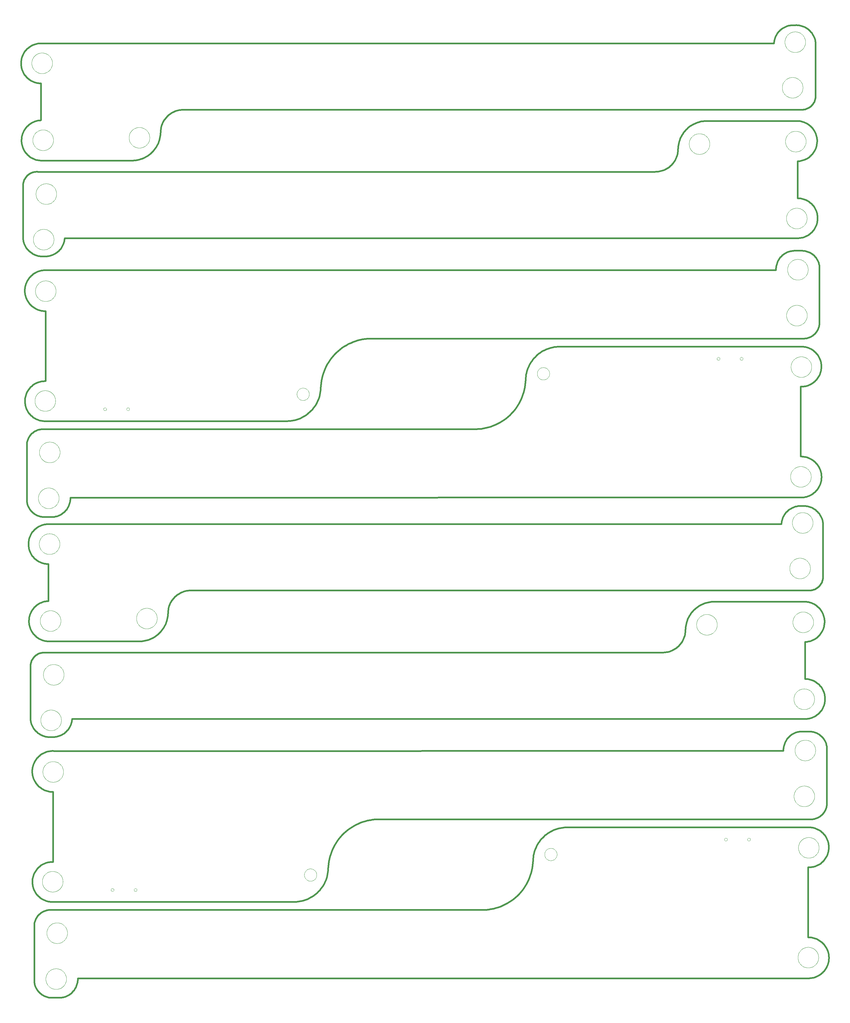
<source format=gbr>
G04 CAM350 V10.1.0 (Build 363) Date:  Sun Jan 09 00:50:29 2011 *
G04 Database: c:\projects\anibike project\hardware\anibike v2.7 bt\eagledir\anibike v2.7 bt\manufacturing\panelized_rev1.4.cam *
G04 Layer 7: AniBike_v2.7_BT_MainBoard.GDM *
G04 Composite: BORDER *
%FSLAX24Y24*%
%MOIN*%
%SFA1.000B1.000*%

%MIA0B0*%
%IPPOS*%
%ADD37C,0.02000*%
%ADD86C,0.00000*%
%LNAniBike_v2.7_BT_MainBoard.GDM*%
%LPD*%
G54D37*
X2665Y1981D02*
G01X3465D01*
X385Y3981D02*
G01Y10741D01*
X391Y10837*
X402Y10933*
X418Y11028*
X438Y11122*
X463Y11215*
X492Y11307*
X526Y11397*
X564Y11485*
X607Y11572*
X654Y11656*
X705Y11737*
X759Y11817*
X818Y11893*
X880Y11966*
X946Y12037*
X1015Y12104*
X1088Y12167*
X1163Y12227*
X1241Y12283*
X1322Y12335*
X1406Y12384*
X1491Y12428*
X1579Y12467*
X1669Y12503*
X1760Y12534*
X1852Y12560*
X1946Y12582*
X2041Y12599*
X2136Y12612*
X2232Y12620*
X2329Y12623*
X2425Y12621*
X54505*
X60785Y18621D02*
G01X60797Y18824D01*
X60819Y19026*
X60851Y19227*
X60892Y19426*
X60943Y19623*
X61004Y19817*
X61075Y20007*
X61154Y20195*
X61243Y20377*
X61340Y20556*
X61446Y20729*
X61561Y20897*
X61683Y21059*
X61814Y21215*
X61952Y21365*
X62097Y21507*
X62249Y21642*
X62407Y21770*
X62571Y21889*
X62742Y22001*
X62917Y22104*
X63097Y22198*
X63282Y22283*
X63470Y22359*
X63662Y22426*
X63857Y22483*
X64055Y22531*
X64255Y22568*
X64456Y22596*
X64659Y22614*
X64862Y22623*
X65065Y22621*
X94185*
X94186D02*
G01X94304Y22618D01*
X94422Y22609*
X94539Y22595*
X94656Y22575*
X94771Y22549*
X94885Y22518*
X94997Y22481*
X95108Y22439*
X95216Y22391*
X95322Y22338*
X95425Y22280*
X95525Y22217*
X95622Y22149*
X95715Y22077*
X95805Y22000*
X95891Y21919*
X95973Y21833*
X96051Y21744*
X96124Y21651*
X96192Y21555*
X96256Y21455*
X96315Y21353*
X96369Y21248*
X96417Y21140*
X96460Y21030*
X96498Y20918*
X96530Y20804*
X96557Y20689*
X96578Y20572*
X96594Y20455*
X96603Y20337*
X96607Y20219*
X96605Y20101*
X96597Y19983*
X96584Y19865*
X96565Y19749*
X96540Y19633*
X96509Y19519*
X96473Y19406*
X96432Y19296*
X96385Y19187*
X96333Y19081*
X96276Y18977*
X96213Y18877*
X96146Y18779*
X96075Y18685*
X95998Y18595*
X95918Y18508*
X95833Y18426*
X95745Y18348*
X95652Y18274*
X95557Y18204*
X95458Y18140*
X95355Y18080*
X95251Y18026*
X95143Y17976*
X95033Y17932*
X94922Y17893*
X94808Y17860*
X94693Y17833*
X94577Y17811*
X94460Y17795*
X94342Y17784*
X94224Y17779*
X94106Y17780*
X94105Y17781D02*
G01Y9301D01*
Y9302D02*
G01X94226Y9301D01*
X94347Y9293*
X94467Y9280*
X94587Y9262*
X94705Y9237*
X94822Y9206*
X94938Y9170*
X95052Y9129*
X95163Y9081*
X95272Y9029*
X95378Y8971*
X95482Y8908*
X95582Y8840*
X95679Y8768*
X95772Y8690*
X95861Y8608*
X95947Y8522*
X96027Y8432*
X96104Y8338*
X96176Y8241*
X96242Y8140*
X96304Y8036*
X96361Y7929*
X96413Y7819*
X96459Y7707*
X96499Y7593*
X96534Y7477*
X96563Y7360*
X96587Y7241*
X96605Y7121*
X96616Y7001*
X96622Y6880*
Y6759*
X96616Y6638*
X96605Y6518*
X96587Y6398*
X96564Y6279*
X96534Y6161*
X96499Y6046*
X96459Y5931*
X96413Y5819*
X96362Y5710*
X96305Y5603*
X96243Y5499*
X96176Y5398*
X96104Y5300*
X96028Y5206*
X95947Y5116*
X95862Y5030*
X95773Y4948*
X95680Y4871*
X95583Y4798*
X95483Y4730*
X95379Y4667*
X95273Y4610*
X95164Y4557*
X95052Y4510*
X94939Y4468*
X94823Y4432*
X94706Y4401*
X94588Y4377*
X94468Y4358*
X94348Y4345*
X94227Y4338*
X94106Y4336*
X93985Y4341*
X5655Y4316*
X5656D02*
G01X5657Y4205D01*
X5652Y4094*
X5642Y3984*
X5627Y3874*
X5606Y3764*
X5579Y3657*
X5548Y3550*
X5511Y3445*
X5470Y3342*
X5423Y3241*
X5371Y3143*
X5315Y3047*
X5254Y2954*
X5188Y2865*
X5118Y2778*
X5044Y2695*
X4966Y2616*
X4885Y2541*
X4799Y2470*
X4710Y2403*
X4619Y2340*
X4524Y2283*
X4426Y2229*
X4326Y2181*
X4224Y2138*
X4119Y2100*
X4013Y2067*
X3906Y2039*
X3797Y2016*
X3687Y1999*
X3576Y1987*
X3466Y1981*
X2665D02*
G01X2563Y1976D01*
X2461Y1977*
X2359Y1982*
X2257Y1993*
X2156Y2008*
X2056Y2028*
X1957Y2052*
X1860Y2082*
X1763Y2116*
X1669Y2154*
X1576Y2197*
X1486Y2245*
X1398Y2296*
X1312Y2352*
X1229Y2412*
X1149Y2475*
X1073Y2543*
X999Y2613*
X929Y2688*
X863Y2765*
X800Y2846*
X741Y2930*
X687Y3016*
X636Y3104*
X590Y3196*
X548Y3289*
X511Y3384*
X478Y3480*
X450Y3578*
X426Y3678*
X408Y3778*
X394Y3879*
X385Y3981*
X54505Y12621D02*
G01X54806D01*
X55108Y12636*
X55408Y12667*
X55706Y12711*
X56001Y12771*
X56294Y12844*
X56582Y12932*
X56865Y13034*
X57144Y13150*
X57416Y13280*
X57682Y13422*
X57940Y13578*
X58190Y13746*
X58432Y13926*
X58665Y14117*
X58888Y14320*
X59101Y14534*
X59303Y14757*
X59494Y14991*
X59673Y15233*
X59840Y15484*
X59994Y15743*
X60136Y16009*
X60264Y16282*
X60379Y16561*
X60480Y16845*
X60567Y17133*
X60640Y17426*
X60698Y17721*
X60742Y18020*
X60771Y18320*
X60785Y18621*
G54D86*
X62185Y19351D02*
G01X62187Y19405D01*
X62193Y19459*
X62203Y19512*
X62216Y19565*
X62233Y19616*
X62254Y19666*
X62279Y19714*
X62307Y19761*
X62338Y19805*
X62372Y19847*
X62409Y19886*
X62449Y19923*
X62492Y19956*
X62537Y19987*
X62584Y20014*
X62632Y20037*
X62683Y20057*
X62734Y20074*
X62787Y20086*
X62840Y20095*
X62894Y20100*
X62949Y20101*
X63003Y20098*
X63056Y20091*
X63109Y20080*
X63162Y20066*
X63213Y20048*
X63262Y20026*
X63310Y20001*
X63356Y19972*
X63400Y19940*
X63441Y19905*
X63479Y19867*
X63515Y19826*
X63548Y19783*
X63578Y19738*
X63604Y19690*
X63627Y19641*
X63646Y19590*
X63661Y19539*
X63673Y19486*
X63681Y19432*
X63685Y19378*
Y19324*
X63681Y19270*
X63673Y19216*
X63661Y19163*
X63646Y19112*
X63627Y19061*
X63604Y19012*
X63578Y18964*
X63548Y18919*
X63515Y18876*
X63479Y18835*
X63441Y18797*
X63400Y18762*
X63356Y18730*
X63310Y18701*
X63262Y18676*
X63213Y18654*
X63162Y18636*
X63109Y18622*
X63056Y18611*
X63003Y18604*
X62949Y18601*
X62894Y18602*
X62840Y18607*
X62787Y18616*
X62734Y18628*
X62683Y18645*
X62632Y18665*
X62584Y18688*
X62537Y18715*
X62492Y18746*
X62449Y18779*
X62409Y18816*
X62372Y18855*
X62338Y18897*
X62307Y18941*
X62279Y18988*
X62254Y19036*
X62233Y19086*
X62216Y19137*
X62203Y19190*
X62193Y19243*
X62187Y19297*
X62185Y19351*
X83951Y21161D02*
G01X83953Y21187D01*
X83959Y21213*
X83969Y21238*
X83982Y21261*
X83998Y21281*
X84018Y21299*
X84040Y21314*
X84063Y21326*
X84089Y21334*
X84115Y21338*
X84141*
X84167Y21334*
X84193Y21326*
X84217Y21314*
X84238Y21299*
X84258Y21281*
X84274Y21261*
X84287Y21238*
X84297Y21213*
X84303Y21187*
X84305Y21161*
X84303Y21135*
X84297Y21109*
X84287Y21084*
X84274Y21061*
X84258Y21041*
X84238Y21023*
X84216Y21008*
X84193Y20996*
X84167Y20988*
X84141Y20984*
X84115*
X84089Y20988*
X84063Y20996*
X84039Y21008*
X84018Y21023*
X83998Y21041*
X83982Y21061*
X83969Y21084*
X83959Y21109*
X83953Y21135*
X83951Y21161*
X86746D02*
G01X86748Y21187D01*
X86754Y21213*
X86764Y21238*
X86777Y21261*
X86793Y21281*
X86813Y21299*
X86835Y21314*
X86858Y21326*
X86884Y21334*
X86910Y21338*
X86936*
X86962Y21334*
X86988Y21326*
X87012Y21314*
X87033Y21299*
X87053Y21281*
X87069Y21261*
X87082Y21238*
X87092Y21213*
X87098Y21187*
X87100Y21161*
X87098Y21135*
X87092Y21109*
X87082Y21084*
X87069Y21061*
X87053Y21041*
X87033Y21023*
X87011Y21008*
X86988Y20996*
X86962Y20988*
X86936Y20984*
X86910*
X86884Y20988*
X86858Y20996*
X86834Y21008*
X86813Y21023*
X86793Y21041*
X86777Y21061*
X86764Y21084*
X86754Y21109*
X86748Y21135*
X86746Y21161*
X92915Y20161D02*
G01X92917Y20231D01*
X92923Y20301*
X92933Y20370*
X92946Y20439*
X92964Y20507*
X92985Y20574*
X93010Y20639*
X93039Y20703*
X93071Y20766*
X93107Y20826*
X93146Y20884*
X93188Y20940*
X93233Y20994*
X93281Y21045*
X93332Y21093*
X93386Y21138*
X93442Y21180*
X93500Y21219*
X93560Y21255*
X93623Y21287*
X93687Y21316*
X93752Y21341*
X93819Y21362*
X93887Y21380*
X93956Y21393*
X94025Y21403*
X94095Y21409*
X94165Y21411*
X94235Y21409*
X94305Y21403*
X94374Y21393*
X94443Y21380*
X94511Y21362*
X94578Y21341*
X94643Y21316*
X94707Y21287*
X94770Y21255*
X94830Y21219*
X94888Y21180*
X94944Y21138*
X94998Y21093*
X95049Y21045*
X95097Y20994*
X95142Y20940*
X95184Y20884*
X95223Y20826*
X95259Y20766*
X95291Y20703*
X95320Y20639*
X95345Y20574*
X95366Y20507*
X95384Y20439*
X95397Y20370*
X95407Y20301*
X95413Y20231*
X95415Y20161*
X95413Y20091*
X95407Y20021*
X95397Y19952*
X95384Y19883*
X95366Y19815*
X95345Y19748*
X95320Y19683*
X95291Y19619*
X95259Y19556*
X95223Y19496*
X95184Y19438*
X95142Y19382*
X95097Y19328*
X95049Y19277*
X94998Y19229*
X94944Y19184*
X94888Y19142*
X94830Y19103*
X94770Y19067*
X94707Y19035*
X94643Y19006*
X94578Y18981*
X94511Y18960*
X94443Y18942*
X94374Y18929*
X94305Y18919*
X94235Y18913*
X94165Y18911*
X94095Y18913*
X94025Y18919*
X93956Y18929*
X93887Y18942*
X93819Y18960*
X93752Y18981*
X93687Y19006*
X93623Y19035*
X93560Y19067*
X93500Y19103*
X93442Y19142*
X93386Y19184*
X93332Y19229*
X93281Y19277*
X93233Y19328*
X93188Y19382*
X93146Y19438*
X93107Y19496*
X93071Y19556*
X93039Y19619*
X93010Y19683*
X92985Y19748*
X92964Y19815*
X92946Y19883*
X92933Y19952*
X92923Y20021*
X92917Y20091*
X92915Y20161*
X92855Y6861D02*
G01X92857Y6931D01*
X92863Y7001*
X92873Y7070*
X92886Y7139*
X92904Y7207*
X92925Y7274*
X92950Y7339*
X92979Y7403*
X93011Y7466*
X93047Y7526*
X93086Y7584*
X93128Y7640*
X93173Y7694*
X93221Y7745*
X93272Y7793*
X93326Y7838*
X93382Y7880*
X93440Y7919*
X93500Y7955*
X93563Y7987*
X93627Y8016*
X93692Y8041*
X93759Y8062*
X93827Y8080*
X93896Y8093*
X93965Y8103*
X94035Y8109*
X94105Y8111*
X94175Y8109*
X94245Y8103*
X94314Y8093*
X94383Y8080*
X94451Y8062*
X94518Y8041*
X94583Y8016*
X94647Y7987*
X94710Y7955*
X94770Y7919*
X94828Y7880*
X94884Y7838*
X94938Y7793*
X94989Y7745*
X95037Y7694*
X95082Y7640*
X95124Y7584*
X95163Y7526*
X95199Y7466*
X95231Y7403*
X95260Y7339*
X95285Y7274*
X95306Y7207*
X95324Y7139*
X95337Y7070*
X95347Y7001*
X95353Y6931*
X95355Y6861*
X95353Y6791*
X95347Y6721*
X95337Y6652*
X95324Y6583*
X95306Y6515*
X95285Y6448*
X95260Y6383*
X95231Y6319*
X95199Y6256*
X95163Y6196*
X95124Y6138*
X95082Y6082*
X95037Y6028*
X94989Y5977*
X94938Y5929*
X94884Y5884*
X94828Y5842*
X94770Y5803*
X94710Y5767*
X94647Y5735*
X94583Y5706*
X94518Y5681*
X94451Y5660*
X94383Y5642*
X94314Y5629*
X94245Y5619*
X94175Y5613*
X94105Y5611*
X94035Y5613*
X93965Y5619*
X93896Y5629*
X93827Y5642*
X93759Y5660*
X93692Y5681*
X93627Y5706*
X93563Y5735*
X93500Y5767*
X93440Y5803*
X93382Y5842*
X93326Y5884*
X93272Y5929*
X93221Y5977*
X93173Y6028*
X93128Y6082*
X93086Y6138*
X93047Y6196*
X93011Y6256*
X92979Y6319*
X92950Y6383*
X92925Y6448*
X92904Y6515*
X92886Y6583*
X92873Y6652*
X92863Y6721*
X92857Y6791*
X92855Y6861*
X1895Y9821D02*
G01X1897Y9891D01*
X1903Y9961*
X1913Y10030*
X1926Y10099*
X1944Y10167*
X1965Y10234*
X1990Y10299*
X2019Y10363*
X2051Y10426*
X2087Y10486*
X2126Y10544*
X2168Y10600*
X2213Y10654*
X2261Y10705*
X2312Y10753*
X2366Y10798*
X2422Y10840*
X2480Y10879*
X2540Y10915*
X2603Y10947*
X2667Y10976*
X2732Y11001*
X2799Y11022*
X2867Y11040*
X2936Y11053*
X3005Y11063*
X3075Y11069*
X3145Y11071*
X3215Y11069*
X3285Y11063*
X3354Y11053*
X3423Y11040*
X3491Y11022*
X3558Y11001*
X3623Y10976*
X3687Y10947*
X3750Y10915*
X3810Y10879*
X3868Y10840*
X3924Y10798*
X3978Y10753*
X4029Y10705*
X4077Y10654*
X4122Y10600*
X4164Y10544*
X4203Y10486*
X4239Y10426*
X4271Y10363*
X4300Y10299*
X4325Y10234*
X4346Y10167*
X4364Y10099*
X4377Y10030*
X4387Y9961*
X4393Y9891*
X4395Y9821*
X4393Y9751*
X4387Y9681*
X4377Y9612*
X4364Y9543*
X4346Y9475*
X4325Y9408*
X4300Y9343*
X4271Y9279*
X4239Y9216*
X4203Y9156*
X4164Y9098*
X4122Y9042*
X4077Y8988*
X4029Y8937*
X3978Y8889*
X3924Y8844*
X3868Y8802*
X3810Y8763*
X3750Y8727*
X3687Y8695*
X3623Y8666*
X3558Y8641*
X3491Y8620*
X3423Y8602*
X3354Y8589*
X3285Y8579*
X3215Y8573*
X3145Y8571*
X3075Y8573*
X3005Y8579*
X2936Y8589*
X2867Y8602*
X2799Y8620*
X2732Y8641*
X2667Y8666*
X2603Y8695*
X2540Y8727*
X2480Y8763*
X2422Y8802*
X2366Y8844*
X2312Y8889*
X2261Y8937*
X2213Y8988*
X2168Y9042*
X2126Y9098*
X2087Y9156*
X2051Y9216*
X2019Y9279*
X1990Y9343*
X1965Y9408*
X1944Y9475*
X1926Y9543*
X1913Y9612*
X1903Y9681*
X1897Y9751*
X1895Y9821*
X1775Y4261D02*
G01X1777Y4331D01*
X1783Y4401*
X1793Y4470*
X1806Y4539*
X1824Y4607*
X1845Y4674*
X1870Y4739*
X1899Y4803*
X1931Y4866*
X1967Y4926*
X2006Y4984*
X2048Y5040*
X2093Y5094*
X2141Y5145*
X2192Y5193*
X2246Y5238*
X2302Y5280*
X2360Y5319*
X2420Y5355*
X2483Y5387*
X2547Y5416*
X2612Y5441*
X2679Y5462*
X2747Y5480*
X2816Y5493*
X2885Y5503*
X2955Y5509*
X3025Y5511*
X3095Y5509*
X3165Y5503*
X3234Y5493*
X3303Y5480*
X3371Y5462*
X3438Y5441*
X3503Y5416*
X3567Y5387*
X3630Y5355*
X3690Y5319*
X3748Y5280*
X3804Y5238*
X3858Y5193*
X3909Y5145*
X3957Y5094*
X4002Y5040*
X4044Y4984*
X4083Y4926*
X4119Y4866*
X4151Y4803*
X4180Y4739*
X4205Y4674*
X4226Y4607*
X4244Y4539*
X4257Y4470*
X4267Y4401*
X4273Y4331*
X4275Y4261*
X4273Y4191*
X4267Y4121*
X4257Y4052*
X4244Y3983*
X4226Y3915*
X4205Y3848*
X4180Y3783*
X4151Y3719*
X4119Y3656*
X4083Y3596*
X4044Y3538*
X4002Y3482*
X3957Y3428*
X3909Y3377*
X3858Y3329*
X3804Y3284*
X3748Y3242*
X3690Y3203*
X3630Y3167*
X3567Y3135*
X3503Y3106*
X3438Y3081*
X3371Y3060*
X3303Y3042*
X3234Y3029*
X3165Y3019*
X3095Y3013*
X3025Y3011*
X2955Y3013*
X2885Y3019*
X2816Y3029*
X2747Y3042*
X2679Y3060*
X2612Y3081*
X2547Y3106*
X2483Y3135*
X2420Y3167*
X2360Y3203*
X2302Y3242*
X2246Y3284*
X2192Y3329*
X2141Y3377*
X2093Y3428*
X2048Y3482*
X2006Y3538*
X1967Y3596*
X1931Y3656*
X1899Y3719*
X1870Y3783*
X1845Y3848*
X1824Y3915*
X1806Y3983*
X1793Y4052*
X1783Y4121*
X1777Y4191*
X1775Y4261*
G54D37*
X94102Y34234D02*
G01X93302D01*
X96382Y32234D02*
G01Y25474D01*
X96376Y25378*
X96365Y25282*
X96349Y25187*
X96329Y25093*
X96304Y25000*
X96275Y24908*
X96241Y24818*
X96203Y24730*
X96160Y24643*
X96113Y24559*
X96062Y24478*
X96008Y24398*
X95949Y24322*
X95887Y24249*
X95821Y24178*
X95752Y24111*
X95679Y24048*
X95604Y23988*
X95526Y23932*
X95445Y23880*
X95361Y23831*
X95276Y23787*
X95188Y23748*
X95098Y23712*
X95007Y23681*
X94915Y23655*
X94821Y23633*
X94726Y23616*
X94631Y23603*
X94535Y23595*
X94438Y23592*
X94342Y23594*
X42262*
X35982Y17594D02*
G01X35970Y17391D01*
X35948Y17189*
X35916Y16988*
X35875Y16789*
X35824Y16592*
X35763Y16398*
X35692Y16208*
X35613Y16020*
X35524Y15838*
X35427Y15659*
X35321Y15486*
X35206Y15318*
X35084Y15156*
X34953Y15000*
X34815Y14850*
X34670Y14708*
X34518Y14573*
X34360Y14445*
X34196Y14326*
X34025Y14214*
X33850Y14111*
X33670Y14017*
X33485Y13932*
X33297Y13856*
X33105Y13789*
X32910Y13732*
X32712Y13684*
X32512Y13647*
X32311Y13619*
X32108Y13601*
X31905Y13592*
X31702Y13594*
X2582*
X2581D02*
G01X2463Y13597D01*
X2345Y13606*
X2228Y13620*
X2111Y13640*
X1996Y13666*
X1882Y13697*
X1770Y13734*
X1659Y13776*
X1551Y13824*
X1445Y13877*
X1342Y13935*
X1242Y13998*
X1145Y14066*
X1052Y14138*
X962Y14215*
X876Y14296*
X794Y14382*
X716Y14471*
X643Y14564*
X575Y14660*
X511Y14760*
X452Y14862*
X398Y14967*
X350Y15075*
X307Y15185*
X269Y15297*
X237Y15411*
X210Y15526*
X189Y15643*
X173Y15760*
X164Y15878*
X160Y15996*
X162Y16114*
X170Y16232*
X183Y16350*
X202Y16466*
X227Y16582*
X258Y16696*
X294Y16809*
X335Y16919*
X382Y17028*
X434Y17134*
X491Y17238*
X554Y17338*
X621Y17436*
X692Y17530*
X769Y17620*
X849Y17707*
X934Y17789*
X1022Y17867*
X1115Y17941*
X1210Y18011*
X1309Y18075*
X1412Y18135*
X1516Y18189*
X1624Y18239*
X1734Y18283*
X1845Y18322*
X1959Y18355*
X2074Y18382*
X2190Y18404*
X2307Y18420*
X2425Y18431*
X2543Y18436*
X2661Y18435*
X2662Y18434D02*
G01Y26914D01*
Y26913D02*
G01X2541Y26914D01*
X2420Y26922*
X2300Y26935*
X2180Y26953*
X2062Y26978*
X1945Y27009*
X1829Y27045*
X1715Y27086*
X1604Y27134*
X1495Y27186*
X1389Y27244*
X1285Y27307*
X1185Y27375*
X1088Y27447*
X995Y27525*
X906Y27607*
X820Y27693*
X740Y27783*
X663Y27877*
X591Y27974*
X525Y28075*
X463Y28179*
X406Y28286*
X354Y28396*
X308Y28508*
X268Y28622*
X233Y28738*
X204Y28855*
X180Y28974*
X162Y29094*
X151Y29214*
X145Y29335*
Y29456*
X151Y29577*
X162Y29697*
X180Y29817*
X203Y29936*
X233Y30054*
X268Y30169*
X308Y30284*
X354Y30396*
X405Y30505*
X462Y30612*
X524Y30716*
X591Y30817*
X663Y30915*
X739Y31009*
X820Y31099*
X905Y31185*
X994Y31267*
X1087Y31344*
X1184Y31417*
X1284Y31485*
X1388Y31548*
X1494Y31605*
X1603Y31658*
X1715Y31705*
X1828Y31747*
X1944Y31783*
X2061Y31814*
X2179Y31838*
X2299Y31857*
X2419Y31870*
X2540Y31877*
X2661Y31879*
X2782Y31874*
X91112Y31899*
X91111D02*
G01X91110Y32010D01*
X91115Y32121*
X91125Y32231*
X91140Y32341*
X91161Y32451*
X91188Y32558*
X91219Y32665*
X91256Y32770*
X91297Y32873*
X91344Y32974*
X91396Y33072*
X91452Y33168*
X91513Y33261*
X91579Y33350*
X91649Y33437*
X91723Y33520*
X91801Y33599*
X91882Y33674*
X91968Y33745*
X92057Y33812*
X92148Y33875*
X92243Y33932*
X92341Y33986*
X92441Y34034*
X92543Y34077*
X92648Y34115*
X92754Y34148*
X92861Y34176*
X92970Y34199*
X93080Y34216*
X93191Y34228*
X93301Y34234*
X94102D02*
G01X94204Y34239D01*
X94306Y34238*
X94408Y34233*
X94510Y34222*
X94611Y34207*
X94711Y34187*
X94810Y34163*
X94907Y34133*
X95004Y34099*
X95098Y34061*
X95191Y34018*
X95281Y33970*
X95369Y33919*
X95455Y33863*
X95538Y33803*
X95618Y33740*
X95694Y33672*
X95768Y33602*
X95838Y33527*
X95904Y33450*
X95967Y33369*
X96026Y33285*
X96080Y33199*
X96131Y33111*
X96177Y33019*
X96219Y32926*
X96256Y32831*
X96289Y32735*
X96317Y32637*
X96341Y32537*
X96359Y32437*
X96373Y32336*
X96382Y32234*
X42262Y23594D02*
G01X41961D01*
X41659Y23579*
X41359Y23548*
X41061Y23504*
X40766Y23444*
X40473Y23371*
X40185Y23283*
X39902Y23181*
X39623Y23065*
X39351Y22935*
X39085Y22793*
X38827Y22637*
X38577Y22469*
X38335Y22289*
X38102Y22098*
X37879Y21895*
X37666Y21681*
X37464Y21458*
X37273Y21224*
X37094Y20982*
X36927Y20731*
X36773Y20472*
X36631Y20206*
X36503Y19933*
X36388Y19654*
X36287Y19370*
X36200Y19082*
X36127Y18789*
X36069Y18494*
X36025Y18195*
X35996Y17895*
X35982Y17594*
G54D86*
X34582Y16864D02*
G01X34580Y16810D01*
X34574Y16756*
X34564Y16703*
X34551Y16650*
X34534Y16599*
X34513Y16549*
X34488Y16501*
X34460Y16454*
X34429Y16410*
X34395Y16368*
X34358Y16329*
X34318Y16292*
X34275Y16259*
X34230Y16228*
X34183Y16201*
X34135Y16178*
X34084Y16158*
X34033Y16141*
X33980Y16129*
X33927Y16120*
X33873Y16115*
X33818Y16114*
X33764Y16117*
X33711Y16124*
X33658Y16135*
X33605Y16149*
X33554Y16167*
X33505Y16189*
X33457Y16214*
X33411Y16243*
X33367Y16275*
X33326Y16310*
X33288Y16348*
X33252Y16389*
X33219Y16432*
X33189Y16477*
X33163Y16525*
X33140Y16574*
X33121Y16625*
X33106Y16676*
X33094Y16729*
X33086Y16783*
X33082Y16837*
Y16891*
X33086Y16945*
X33094Y16999*
X33106Y17052*
X33121Y17103*
X33140Y17154*
X33163Y17203*
X33189Y17251*
X33219Y17296*
X33252Y17339*
X33288Y17380*
X33326Y17418*
X33367Y17453*
X33411Y17485*
X33457Y17514*
X33505Y17539*
X33554Y17561*
X33605Y17579*
X33658Y17593*
X33711Y17604*
X33764Y17611*
X33818Y17614*
X33873Y17613*
X33927Y17608*
X33980Y17599*
X34033Y17587*
X34084Y17570*
X34135Y17550*
X34183Y17527*
X34230Y17500*
X34275Y17469*
X34318Y17436*
X34358Y17399*
X34395Y17360*
X34429Y17318*
X34460Y17274*
X34488Y17227*
X34513Y17179*
X34534Y17129*
X34551Y17078*
X34564Y17025*
X34574Y16972*
X34580Y16918*
X34582Y16864*
X12816Y15054D02*
G01X12814Y15028D01*
X12808Y15002*
X12798Y14977*
X12785Y14954*
X12769Y14934*
X12749Y14916*
X12727Y14901*
X12704Y14889*
X12678Y14881*
X12652Y14877*
X12626*
X12600Y14881*
X12574Y14889*
X12550Y14901*
X12529Y14916*
X12509Y14934*
X12493Y14954*
X12480Y14977*
X12470Y15002*
X12464Y15028*
X12462Y15054*
X12464Y15080*
X12470Y15106*
X12480Y15131*
X12493Y15154*
X12509Y15174*
X12529Y15192*
X12551Y15207*
X12574Y15219*
X12600Y15227*
X12626Y15231*
X12652*
X12678Y15227*
X12704Y15219*
X12728Y15207*
X12749Y15192*
X12769Y15174*
X12785Y15154*
X12798Y15131*
X12808Y15106*
X12814Y15080*
X12816Y15054*
X10021D02*
G01X10019Y15028D01*
X10013Y15002*
X10003Y14977*
X9990Y14954*
X9974Y14934*
X9954Y14916*
X9932Y14901*
X9909Y14889*
X9883Y14881*
X9857Y14877*
X9831*
X9805Y14881*
X9779Y14889*
X9755Y14901*
X9734Y14916*
X9714Y14934*
X9698Y14954*
X9685Y14977*
X9675Y15002*
X9669Y15028*
X9667Y15054*
X9669Y15080*
X9675Y15106*
X9685Y15131*
X9698Y15154*
X9714Y15174*
X9734Y15192*
X9756Y15207*
X9779Y15219*
X9805Y15227*
X9831Y15231*
X9857*
X9883Y15227*
X9909Y15219*
X9933Y15207*
X9954Y15192*
X9974Y15174*
X9990Y15154*
X10003Y15131*
X10013Y15106*
X10019Y15080*
X10021Y15054*
X3852Y16054D02*
G01X3850Y15984D01*
X3844Y15914*
X3834Y15845*
X3821Y15776*
X3803Y15708*
X3782Y15641*
X3757Y15576*
X3728Y15512*
X3696Y15449*
X3660Y15389*
X3621Y15331*
X3579Y15275*
X3534Y15221*
X3486Y15170*
X3435Y15122*
X3381Y15077*
X3325Y15035*
X3267Y14996*
X3207Y14960*
X3144Y14928*
X3080Y14899*
X3015Y14874*
X2948Y14853*
X2880Y14835*
X2811Y14822*
X2742Y14812*
X2672Y14806*
X2602Y14804*
X2532Y14806*
X2462Y14812*
X2393Y14822*
X2324Y14835*
X2256Y14853*
X2189Y14874*
X2124Y14899*
X2060Y14928*
X1997Y14960*
X1937Y14996*
X1879Y15035*
X1823Y15077*
X1769Y15122*
X1718Y15170*
X1670Y15221*
X1625Y15275*
X1583Y15331*
X1544Y15389*
X1508Y15449*
X1476Y15512*
X1447Y15576*
X1422Y15641*
X1401Y15708*
X1383Y15776*
X1370Y15845*
X1360Y15914*
X1354Y15984*
X1352Y16054*
X1354Y16124*
X1360Y16194*
X1370Y16263*
X1383Y16332*
X1401Y16400*
X1422Y16467*
X1447Y16532*
X1476Y16596*
X1508Y16659*
X1544Y16719*
X1583Y16777*
X1625Y16833*
X1670Y16887*
X1718Y16938*
X1769Y16986*
X1823Y17031*
X1879Y17073*
X1937Y17112*
X1997Y17148*
X2060Y17180*
X2124Y17209*
X2189Y17234*
X2256Y17255*
X2324Y17273*
X2393Y17286*
X2462Y17296*
X2532Y17302*
X2602Y17304*
X2672Y17302*
X2742Y17296*
X2811Y17286*
X2880Y17273*
X2948Y17255*
X3015Y17234*
X3080Y17209*
X3144Y17180*
X3207Y17148*
X3267Y17112*
X3325Y17073*
X3381Y17031*
X3435Y16986*
X3486Y16938*
X3534Y16887*
X3579Y16833*
X3621Y16777*
X3660Y16719*
X3696Y16659*
X3728Y16596*
X3757Y16532*
X3782Y16467*
X3803Y16400*
X3821Y16332*
X3834Y16263*
X3844Y16194*
X3850Y16124*
X3852Y16054*
X3912Y29354D02*
G01X3910Y29284D01*
X3904Y29214*
X3894Y29145*
X3881Y29076*
X3863Y29008*
X3842Y28941*
X3817Y28876*
X3788Y28812*
X3756Y28749*
X3720Y28689*
X3681Y28631*
X3639Y28575*
X3594Y28521*
X3546Y28470*
X3495Y28422*
X3441Y28377*
X3385Y28335*
X3327Y28296*
X3267Y28260*
X3204Y28228*
X3140Y28199*
X3075Y28174*
X3008Y28153*
X2940Y28135*
X2871Y28122*
X2802Y28112*
X2732Y28106*
X2662Y28104*
X2592Y28106*
X2522Y28112*
X2453Y28122*
X2384Y28135*
X2316Y28153*
X2249Y28174*
X2184Y28199*
X2120Y28228*
X2057Y28260*
X1997Y28296*
X1939Y28335*
X1883Y28377*
X1829Y28422*
X1778Y28470*
X1730Y28521*
X1685Y28575*
X1643Y28631*
X1604Y28689*
X1568Y28749*
X1536Y28812*
X1507Y28876*
X1482Y28941*
X1461Y29008*
X1443Y29076*
X1430Y29145*
X1420Y29214*
X1414Y29284*
X1412Y29354*
X1414Y29424*
X1420Y29494*
X1430Y29563*
X1443Y29632*
X1461Y29700*
X1482Y29767*
X1507Y29832*
X1536Y29896*
X1568Y29959*
X1604Y30019*
X1643Y30077*
X1685Y30133*
X1730Y30187*
X1778Y30238*
X1829Y30286*
X1883Y30331*
X1939Y30373*
X1997Y30412*
X2057Y30448*
X2120Y30480*
X2184Y30509*
X2249Y30534*
X2316Y30555*
X2384Y30573*
X2453Y30586*
X2522Y30596*
X2592Y30602*
X2662Y30604*
X2732Y30602*
X2802Y30596*
X2871Y30586*
X2940Y30573*
X3008Y30555*
X3075Y30534*
X3140Y30509*
X3204Y30480*
X3267Y30448*
X3327Y30412*
X3385Y30373*
X3441Y30331*
X3495Y30286*
X3546Y30238*
X3594Y30187*
X3639Y30133*
X3681Y30077*
X3720Y30019*
X3756Y29959*
X3788Y29896*
X3817Y29832*
X3842Y29767*
X3863Y29700*
X3881Y29632*
X3894Y29563*
X3904Y29494*
X3910Y29424*
X3912Y29354*
X94872Y26394D02*
G01X94870Y26324D01*
X94864Y26254*
X94854Y26185*
X94841Y26116*
X94823Y26048*
X94802Y25981*
X94777Y25916*
X94748Y25852*
X94716Y25789*
X94680Y25729*
X94641Y25671*
X94599Y25615*
X94554Y25561*
X94506Y25510*
X94455Y25462*
X94401Y25417*
X94345Y25375*
X94287Y25336*
X94227Y25300*
X94164Y25268*
X94100Y25239*
X94035Y25214*
X93968Y25193*
X93900Y25175*
X93831Y25162*
X93762Y25152*
X93692Y25146*
X93622Y25144*
X93552Y25146*
X93482Y25152*
X93413Y25162*
X93344Y25175*
X93276Y25193*
X93209Y25214*
X93144Y25239*
X93080Y25268*
X93017Y25300*
X92957Y25336*
X92899Y25375*
X92843Y25417*
X92789Y25462*
X92738Y25510*
X92690Y25561*
X92645Y25615*
X92603Y25671*
X92564Y25729*
X92528Y25789*
X92496Y25852*
X92467Y25916*
X92442Y25981*
X92421Y26048*
X92403Y26116*
X92390Y26185*
X92380Y26254*
X92374Y26324*
X92372Y26394*
X92374Y26464*
X92380Y26534*
X92390Y26603*
X92403Y26672*
X92421Y26740*
X92442Y26807*
X92467Y26872*
X92496Y26936*
X92528Y26999*
X92564Y27059*
X92603Y27117*
X92645Y27173*
X92690Y27227*
X92738Y27278*
X92789Y27326*
X92843Y27371*
X92899Y27413*
X92957Y27452*
X93017Y27488*
X93080Y27520*
X93144Y27549*
X93209Y27574*
X93276Y27595*
X93344Y27613*
X93413Y27626*
X93482Y27636*
X93552Y27642*
X93622Y27644*
X93692Y27642*
X93762Y27636*
X93831Y27626*
X93900Y27613*
X93968Y27595*
X94035Y27574*
X94100Y27549*
X94164Y27520*
X94227Y27488*
X94287Y27452*
X94345Y27413*
X94401Y27371*
X94455Y27326*
X94506Y27278*
X94554Y27227*
X94599Y27173*
X94641Y27117*
X94680Y27059*
X94716Y26999*
X94748Y26936*
X94777Y26872*
X94802Y26807*
X94823Y26740*
X94841Y26672*
X94854Y26603*
X94864Y26534*
X94870Y26464*
X94872Y26394*
X94992Y31954D02*
G01X94990Y31884D01*
X94984Y31814*
X94974Y31745*
X94961Y31676*
X94943Y31608*
X94922Y31541*
X94897Y31476*
X94868Y31412*
X94836Y31349*
X94800Y31289*
X94761Y31231*
X94719Y31175*
X94674Y31121*
X94626Y31070*
X94575Y31022*
X94521Y30977*
X94465Y30935*
X94407Y30896*
X94347Y30860*
X94284Y30828*
X94220Y30799*
X94155Y30774*
X94088Y30753*
X94020Y30735*
X93951Y30722*
X93882Y30712*
X93812Y30706*
X93742Y30704*
X93672Y30706*
X93602Y30712*
X93533Y30722*
X93464Y30735*
X93396Y30753*
X93329Y30774*
X93264Y30799*
X93200Y30828*
X93137Y30860*
X93077Y30896*
X93019Y30935*
X92963Y30977*
X92909Y31022*
X92858Y31070*
X92810Y31121*
X92765Y31175*
X92723Y31231*
X92684Y31289*
X92648Y31349*
X92616Y31412*
X92587Y31476*
X92562Y31541*
X92541Y31608*
X92523Y31676*
X92510Y31745*
X92500Y31814*
X92494Y31884*
X92492Y31954*
X92494Y32024*
X92500Y32094*
X92510Y32163*
X92523Y32232*
X92541Y32300*
X92562Y32367*
X92587Y32432*
X92616Y32496*
X92648Y32559*
X92684Y32619*
X92723Y32677*
X92765Y32733*
X92810Y32787*
X92858Y32838*
X92909Y32886*
X92963Y32931*
X93019Y32973*
X93077Y33012*
X93137Y33048*
X93200Y33080*
X93264Y33109*
X93329Y33134*
X93396Y33155*
X93464Y33173*
X93533Y33186*
X93602Y33196*
X93672Y33202*
X93742Y33204*
X93812Y33202*
X93882Y33196*
X93951Y33186*
X94020Y33173*
X94088Y33155*
X94155Y33134*
X94220Y33109*
X94284Y33080*
X94347Y33048*
X94407Y33012*
X94465Y32973*
X94521Y32931*
X94575Y32886*
X94626Y32838*
X94674Y32787*
X94719Y32733*
X94761Y32677*
X94800Y32619*
X94836Y32559*
X94868Y32496*
X94897Y32432*
X94922Y32367*
X94943Y32300*
X94961Y32232*
X94974Y32163*
X94984Y32094*
X94990Y32024*
X94992Y31954*
G54D37*
X1765Y60222D02*
G01X2565D01*
X-515Y62222D02*
G01Y68982D01*
X-509Y69078*
X-498Y69174*
X-482Y69269*
X-462Y69363*
X-437Y69456*
X-408Y69548*
X-374Y69638*
X-336Y69726*
X-293Y69813*
X-246Y69897*
X-195Y69978*
X-141Y70058*
X-82Y70134*
X-20Y70207*
X46Y70278*
X115Y70345*
X188Y70408*
X263Y70468*
X341Y70524*
X422Y70576*
X506Y70625*
X591Y70669*
X679Y70708*
X769Y70744*
X860Y70775*
X952Y70801*
X1046Y70823*
X1141Y70840*
X1236Y70853*
X1332Y70861*
X1429Y70864*
X1525Y70862*
X53605*
X59885Y76862D02*
G01X59897Y77065D01*
X59919Y77267*
X59951Y77468*
X59992Y77667*
X60043Y77864*
X60104Y78058*
X60175Y78248*
X60254Y78436*
X60343Y78618*
X60440Y78797*
X60546Y78970*
X60661Y79138*
X60783Y79300*
X60914Y79456*
X61052Y79606*
X61197Y79748*
X61349Y79883*
X61507Y80011*
X61671Y80130*
X61842Y80242*
X62017Y80345*
X62197Y80439*
X62382Y80524*
X62570Y80600*
X62762Y80667*
X62957Y80724*
X63155Y80772*
X63355Y80809*
X63556Y80837*
X63759Y80855*
X63962Y80864*
X64165Y80862*
X93285*
X93286D02*
G01X93404Y80859D01*
X93522Y80850*
X93639Y80836*
X93756Y80816*
X93871Y80790*
X93985Y80759*
X94097Y80722*
X94208Y80680*
X94316Y80632*
X94422Y80579*
X94525Y80521*
X94625Y80458*
X94722Y80390*
X94815Y80318*
X94905Y80241*
X94991Y80160*
X95073Y80074*
X95151Y79985*
X95224Y79892*
X95292Y79796*
X95356Y79696*
X95415Y79594*
X95469Y79489*
X95517Y79381*
X95560Y79271*
X95598Y79159*
X95630Y79045*
X95657Y78930*
X95678Y78813*
X95694Y78696*
X95703Y78578*
X95707Y78460*
X95705Y78342*
X95697Y78224*
X95684Y78106*
X95665Y77990*
X95640Y77874*
X95609Y77760*
X95573Y77647*
X95532Y77537*
X95485Y77428*
X95433Y77322*
X95376Y77218*
X95313Y77118*
X95246Y77020*
X95175Y76926*
X95098Y76836*
X95018Y76749*
X94933Y76667*
X94845Y76589*
X94752Y76515*
X94657Y76445*
X94558Y76381*
X94455Y76321*
X94351Y76267*
X94243Y76217*
X94133Y76173*
X94022Y76134*
X93908Y76101*
X93793Y76074*
X93677Y76052*
X93560Y76036*
X93442Y76025*
X93324Y76020*
X93206Y76021*
X93205Y76022D02*
G01Y67542D01*
Y67543D02*
G01X93326Y67542D01*
X93447Y67534*
X93567Y67521*
X93687Y67503*
X93805Y67478*
X93922Y67447*
X94038Y67411*
X94152Y67370*
X94263Y67322*
X94372Y67270*
X94478Y67212*
X94582Y67149*
X94682Y67081*
X94779Y67009*
X94872Y66931*
X94961Y66849*
X95047Y66763*
X95127Y66673*
X95204Y66579*
X95276Y66482*
X95342Y66381*
X95404Y66277*
X95461Y66170*
X95513Y66060*
X95559Y65948*
X95599Y65834*
X95634Y65718*
X95663Y65601*
X95687Y65482*
X95705Y65362*
X95716Y65242*
X95722Y65121*
Y65000*
X95716Y64879*
X95705Y64759*
X95687Y64639*
X95664Y64520*
X95634Y64402*
X95599Y64287*
X95559Y64172*
X95513Y64060*
X95462Y63951*
X95405Y63844*
X95343Y63740*
X95276Y63639*
X95204Y63541*
X95128Y63447*
X95047Y63357*
X94962Y63271*
X94873Y63189*
X94780Y63112*
X94683Y63039*
X94583Y62971*
X94479Y62908*
X94373Y62851*
X94264Y62798*
X94152Y62751*
X94039Y62709*
X93923Y62673*
X93806Y62642*
X93688Y62618*
X93568Y62599*
X93448Y62586*
X93327Y62579*
X93206Y62577*
X93085Y62582*
X4755Y62557*
X4756D02*
G01X4757Y62446D01*
X4752Y62335*
X4742Y62225*
X4727Y62115*
X4706Y62005*
X4679Y61898*
X4648Y61791*
X4611Y61686*
X4570Y61583*
X4523Y61482*
X4471Y61384*
X4415Y61288*
X4354Y61195*
X4288Y61106*
X4218Y61019*
X4144Y60936*
X4066Y60857*
X3985Y60782*
X3899Y60711*
X3810Y60644*
X3719Y60581*
X3624Y60524*
X3526Y60470*
X3426Y60422*
X3324Y60379*
X3219Y60341*
X3113Y60308*
X3006Y60280*
X2897Y60257*
X2787Y60240*
X2676Y60228*
X2566Y60222*
X1765D02*
G01X1663Y60217D01*
X1561Y60218*
X1459Y60223*
X1357Y60234*
X1256Y60249*
X1156Y60269*
X1057Y60293*
X960Y60323*
X863Y60357*
X769Y60395*
X676Y60438*
X586Y60486*
X498Y60537*
X412Y60593*
X329Y60653*
X249Y60716*
X173Y60784*
X99Y60854*
X29Y60929*
X-37Y61006*
X-100Y61087*
X-159Y61171*
X-213Y61257*
X-264Y61345*
X-310Y61437*
X-352Y61530*
X-389Y61625*
X-422Y61721*
X-450Y61819*
X-474Y61919*
X-492Y62019*
X-506Y62120*
X-515Y62222*
X53605Y70862D02*
G01X53906D01*
X54208Y70877*
X54508Y70908*
X54806Y70952*
X55101Y71012*
X55394Y71085*
X55682Y71173*
X55965Y71275*
X56244Y71391*
X56516Y71521*
X56782Y71663*
X57040Y71819*
X57290Y71987*
X57532Y72167*
X57765Y72358*
X57988Y72561*
X58201Y72775*
X58403Y72998*
X58594Y73232*
X58773Y73474*
X58940Y73725*
X59094Y73984*
X59236Y74250*
X59364Y74523*
X59479Y74802*
X59580Y75086*
X59667Y75374*
X59740Y75667*
X59798Y75962*
X59842Y76261*
X59871Y76561*
X59885Y76862*
G54D86*
X61285Y77592D02*
G01X61287Y77646D01*
X61293Y77700*
X61303Y77753*
X61316Y77806*
X61333Y77857*
X61354Y77907*
X61379Y77955*
X61407Y78002*
X61438Y78046*
X61472Y78088*
X61509Y78127*
X61549Y78164*
X61592Y78197*
X61637Y78228*
X61684Y78255*
X61732Y78278*
X61783Y78298*
X61834Y78315*
X61887Y78327*
X61940Y78336*
X61994Y78341*
X62049Y78342*
X62103Y78339*
X62156Y78332*
X62209Y78321*
X62262Y78307*
X62313Y78289*
X62362Y78267*
X62410Y78242*
X62456Y78213*
X62500Y78181*
X62541Y78146*
X62579Y78108*
X62615Y78067*
X62648Y78024*
X62678Y77979*
X62704Y77931*
X62727Y77882*
X62746Y77831*
X62761Y77780*
X62773Y77727*
X62781Y77673*
X62785Y77619*
Y77565*
X62781Y77511*
X62773Y77457*
X62761Y77404*
X62746Y77353*
X62727Y77302*
X62704Y77253*
X62678Y77205*
X62648Y77160*
X62615Y77117*
X62579Y77076*
X62541Y77038*
X62500Y77003*
X62456Y76971*
X62410Y76942*
X62362Y76917*
X62313Y76895*
X62262Y76877*
X62209Y76863*
X62156Y76852*
X62103Y76845*
X62049Y76842*
X61994Y76843*
X61940Y76848*
X61887Y76857*
X61834Y76869*
X61783Y76886*
X61732Y76906*
X61684Y76929*
X61637Y76956*
X61592Y76987*
X61549Y77020*
X61509Y77057*
X61472Y77096*
X61438Y77138*
X61407Y77182*
X61379Y77229*
X61354Y77277*
X61333Y77327*
X61316Y77378*
X61303Y77431*
X61293Y77484*
X61287Y77538*
X61285Y77592*
X83051Y79402D02*
G01X83053Y79428D01*
X83059Y79454*
X83069Y79479*
X83082Y79502*
X83098Y79522*
X83118Y79540*
X83140Y79555*
X83163Y79567*
X83189Y79575*
X83215Y79579*
X83241*
X83267Y79575*
X83293Y79567*
X83317Y79555*
X83338Y79540*
X83358Y79522*
X83374Y79502*
X83387Y79479*
X83397Y79454*
X83403Y79428*
X83405Y79402*
X83403Y79376*
X83397Y79350*
X83387Y79325*
X83374Y79302*
X83358Y79282*
X83338Y79264*
X83316Y79249*
X83293Y79237*
X83267Y79229*
X83241Y79225*
X83215*
X83189Y79229*
X83163Y79237*
X83139Y79249*
X83118Y79264*
X83098Y79282*
X83082Y79302*
X83069Y79325*
X83059Y79350*
X83053Y79376*
X83051Y79402*
X85846D02*
G01X85848Y79428D01*
X85854Y79454*
X85864Y79479*
X85877Y79502*
X85893Y79522*
X85913Y79540*
X85935Y79555*
X85958Y79567*
X85984Y79575*
X86010Y79579*
X86036*
X86062Y79575*
X86088Y79567*
X86112Y79555*
X86133Y79540*
X86153Y79522*
X86169Y79502*
X86182Y79479*
X86192Y79454*
X86198Y79428*
X86200Y79402*
X86198Y79376*
X86192Y79350*
X86182Y79325*
X86169Y79302*
X86153Y79282*
X86133Y79264*
X86111Y79249*
X86088Y79237*
X86062Y79229*
X86036Y79225*
X86010*
X85984Y79229*
X85958Y79237*
X85934Y79249*
X85913Y79264*
X85893Y79282*
X85877Y79302*
X85864Y79325*
X85854Y79350*
X85848Y79376*
X85846Y79402*
X92015Y78402D02*
G01X92017Y78472D01*
X92023Y78542*
X92033Y78611*
X92046Y78680*
X92064Y78748*
X92085Y78815*
X92110Y78880*
X92139Y78944*
X92171Y79007*
X92207Y79067*
X92246Y79125*
X92288Y79181*
X92333Y79235*
X92381Y79286*
X92432Y79334*
X92486Y79379*
X92542Y79421*
X92600Y79460*
X92660Y79496*
X92723Y79528*
X92787Y79557*
X92852Y79582*
X92919Y79603*
X92987Y79621*
X93056Y79634*
X93125Y79644*
X93195Y79650*
X93265Y79652*
X93335Y79650*
X93405Y79644*
X93474Y79634*
X93543Y79621*
X93611Y79603*
X93678Y79582*
X93743Y79557*
X93807Y79528*
X93870Y79496*
X93930Y79460*
X93988Y79421*
X94044Y79379*
X94098Y79334*
X94149Y79286*
X94197Y79235*
X94242Y79181*
X94284Y79125*
X94323Y79067*
X94359Y79007*
X94391Y78944*
X94420Y78880*
X94445Y78815*
X94466Y78748*
X94484Y78680*
X94497Y78611*
X94507Y78542*
X94513Y78472*
X94515Y78402*
X94513Y78332*
X94507Y78262*
X94497Y78193*
X94484Y78124*
X94466Y78056*
X94445Y77989*
X94420Y77924*
X94391Y77860*
X94359Y77797*
X94323Y77737*
X94284Y77679*
X94242Y77623*
X94197Y77569*
X94149Y77518*
X94098Y77470*
X94044Y77425*
X93988Y77383*
X93930Y77344*
X93870Y77308*
X93807Y77276*
X93743Y77247*
X93678Y77222*
X93611Y77201*
X93543Y77183*
X93474Y77170*
X93405Y77160*
X93335Y77154*
X93265Y77152*
X93195Y77154*
X93125Y77160*
X93056Y77170*
X92987Y77183*
X92919Y77201*
X92852Y77222*
X92787Y77247*
X92723Y77276*
X92660Y77308*
X92600Y77344*
X92542Y77383*
X92486Y77425*
X92432Y77470*
X92381Y77518*
X92333Y77569*
X92288Y77623*
X92246Y77679*
X92207Y77737*
X92171Y77797*
X92139Y77860*
X92110Y77924*
X92085Y77989*
X92064Y78056*
X92046Y78124*
X92033Y78193*
X92023Y78262*
X92017Y78332*
X92015Y78402*
X91955Y65102D02*
G01X91957Y65172D01*
X91963Y65242*
X91973Y65311*
X91986Y65380*
X92004Y65448*
X92025Y65515*
X92050Y65580*
X92079Y65644*
X92111Y65707*
X92147Y65767*
X92186Y65825*
X92228Y65881*
X92273Y65935*
X92321Y65986*
X92372Y66034*
X92426Y66079*
X92482Y66121*
X92540Y66160*
X92600Y66196*
X92663Y66228*
X92727Y66257*
X92792Y66282*
X92859Y66303*
X92927Y66321*
X92996Y66334*
X93065Y66344*
X93135Y66350*
X93205Y66352*
X93275Y66350*
X93345Y66344*
X93414Y66334*
X93483Y66321*
X93551Y66303*
X93618Y66282*
X93683Y66257*
X93747Y66228*
X93810Y66196*
X93870Y66160*
X93928Y66121*
X93984Y66079*
X94038Y66034*
X94089Y65986*
X94137Y65935*
X94182Y65881*
X94224Y65825*
X94263Y65767*
X94299Y65707*
X94331Y65644*
X94360Y65580*
X94385Y65515*
X94406Y65448*
X94424Y65380*
X94437Y65311*
X94447Y65242*
X94453Y65172*
X94455Y65102*
X94453Y65032*
X94447Y64962*
X94437Y64893*
X94424Y64824*
X94406Y64756*
X94385Y64689*
X94360Y64624*
X94331Y64560*
X94299Y64497*
X94263Y64437*
X94224Y64379*
X94182Y64323*
X94137Y64269*
X94089Y64218*
X94038Y64170*
X93984Y64125*
X93928Y64083*
X93870Y64044*
X93810Y64008*
X93747Y63976*
X93683Y63947*
X93618Y63922*
X93551Y63901*
X93483Y63883*
X93414Y63870*
X93345Y63860*
X93275Y63854*
X93205Y63852*
X93135Y63854*
X93065Y63860*
X92996Y63870*
X92927Y63883*
X92859Y63901*
X92792Y63922*
X92727Y63947*
X92663Y63976*
X92600Y64008*
X92540Y64044*
X92482Y64083*
X92426Y64125*
X92372Y64170*
X92321Y64218*
X92273Y64269*
X92228Y64323*
X92186Y64379*
X92147Y64437*
X92111Y64497*
X92079Y64560*
X92050Y64624*
X92025Y64689*
X92004Y64756*
X91986Y64824*
X91973Y64893*
X91963Y64962*
X91957Y65032*
X91955Y65102*
X995Y68062D02*
G01X997Y68132D01*
X1003Y68202*
X1013Y68271*
X1026Y68340*
X1044Y68408*
X1065Y68475*
X1090Y68540*
X1119Y68604*
X1151Y68667*
X1187Y68727*
X1226Y68785*
X1268Y68841*
X1313Y68895*
X1361Y68946*
X1412Y68994*
X1466Y69039*
X1522Y69081*
X1580Y69120*
X1640Y69156*
X1703Y69188*
X1767Y69217*
X1832Y69242*
X1899Y69263*
X1967Y69281*
X2036Y69294*
X2105Y69304*
X2175Y69310*
X2245Y69312*
X2315Y69310*
X2385Y69304*
X2454Y69294*
X2523Y69281*
X2591Y69263*
X2658Y69242*
X2723Y69217*
X2787Y69188*
X2850Y69156*
X2910Y69120*
X2968Y69081*
X3024Y69039*
X3078Y68994*
X3129Y68946*
X3177Y68895*
X3222Y68841*
X3264Y68785*
X3303Y68727*
X3339Y68667*
X3371Y68604*
X3400Y68540*
X3425Y68475*
X3446Y68408*
X3464Y68340*
X3477Y68271*
X3487Y68202*
X3493Y68132*
X3495Y68062*
X3493Y67992*
X3487Y67922*
X3477Y67853*
X3464Y67784*
X3446Y67716*
X3425Y67649*
X3400Y67584*
X3371Y67520*
X3339Y67457*
X3303Y67397*
X3264Y67339*
X3222Y67283*
X3177Y67229*
X3129Y67178*
X3078Y67130*
X3024Y67085*
X2968Y67043*
X2910Y67004*
X2850Y66968*
X2787Y66936*
X2723Y66907*
X2658Y66882*
X2591Y66861*
X2523Y66843*
X2454Y66830*
X2385Y66820*
X2315Y66814*
X2245Y66812*
X2175Y66814*
X2105Y66820*
X2036Y66830*
X1967Y66843*
X1899Y66861*
X1832Y66882*
X1767Y66907*
X1703Y66936*
X1640Y66968*
X1580Y67004*
X1522Y67043*
X1466Y67085*
X1412Y67130*
X1361Y67178*
X1313Y67229*
X1268Y67283*
X1226Y67339*
X1187Y67397*
X1151Y67457*
X1119Y67520*
X1090Y67584*
X1065Y67649*
X1044Y67716*
X1026Y67784*
X1013Y67853*
X1003Y67922*
X997Y67992*
X995Y68062*
X875Y62502D02*
G01X877Y62572D01*
X883Y62642*
X893Y62711*
X906Y62780*
X924Y62848*
X945Y62915*
X970Y62980*
X999Y63044*
X1031Y63107*
X1067Y63167*
X1106Y63225*
X1148Y63281*
X1193Y63335*
X1241Y63386*
X1292Y63434*
X1346Y63479*
X1402Y63521*
X1460Y63560*
X1520Y63596*
X1583Y63628*
X1647Y63657*
X1712Y63682*
X1779Y63703*
X1847Y63721*
X1916Y63734*
X1985Y63744*
X2055Y63750*
X2125Y63752*
X2195Y63750*
X2265Y63744*
X2334Y63734*
X2403Y63721*
X2471Y63703*
X2538Y63682*
X2603Y63657*
X2667Y63628*
X2730Y63596*
X2790Y63560*
X2848Y63521*
X2904Y63479*
X2958Y63434*
X3009Y63386*
X3057Y63335*
X3102Y63281*
X3144Y63225*
X3183Y63167*
X3219Y63107*
X3251Y63044*
X3280Y62980*
X3305Y62915*
X3326Y62848*
X3344Y62780*
X3357Y62711*
X3367Y62642*
X3373Y62572*
X3375Y62502*
X3373Y62432*
X3367Y62362*
X3357Y62293*
X3344Y62224*
X3326Y62156*
X3305Y62089*
X3280Y62024*
X3251Y61960*
X3219Y61897*
X3183Y61837*
X3144Y61779*
X3102Y61723*
X3057Y61669*
X3009Y61618*
X2958Y61570*
X2904Y61525*
X2848Y61483*
X2790Y61444*
X2730Y61408*
X2667Y61376*
X2603Y61347*
X2538Y61322*
X2471Y61301*
X2403Y61283*
X2334Y61270*
X2265Y61260*
X2195Y61254*
X2125Y61252*
X2055Y61254*
X1985Y61260*
X1916Y61270*
X1847Y61283*
X1779Y61301*
X1712Y61322*
X1647Y61347*
X1583Y61376*
X1520Y61408*
X1460Y61444*
X1402Y61483*
X1346Y61525*
X1292Y61570*
X1241Y61618*
X1193Y61669*
X1148Y61723*
X1106Y61779*
X1067Y61837*
X1031Y61897*
X999Y61960*
X970Y62024*
X945Y62089*
X924Y62156*
X906Y62224*
X893Y62293*
X883Y62362*
X877Y62432*
X875Y62502*
G54D37*
X93202Y92475D02*
G01X92402D01*
X95482Y90475D02*
G01Y83715D01*
X95476Y83619*
X95465Y83523*
X95449Y83428*
X95429Y83334*
X95404Y83241*
X95375Y83149*
X95341Y83059*
X95303Y82971*
X95260Y82884*
X95213Y82800*
X95162Y82719*
X95108Y82639*
X95049Y82563*
X94987Y82490*
X94921Y82419*
X94852Y82352*
X94779Y82289*
X94704Y82229*
X94626Y82173*
X94545Y82121*
X94461Y82072*
X94376Y82028*
X94288Y81989*
X94198Y81953*
X94107Y81922*
X94015Y81896*
X93921Y81874*
X93826Y81857*
X93731Y81844*
X93635Y81836*
X93538Y81833*
X93442Y81835*
X41362*
X35082Y75835D02*
G01X35070Y75632D01*
X35048Y75430*
X35016Y75229*
X34975Y75030*
X34924Y74833*
X34863Y74639*
X34792Y74449*
X34713Y74261*
X34624Y74079*
X34527Y73900*
X34421Y73727*
X34306Y73559*
X34184Y73397*
X34053Y73241*
X33915Y73091*
X33770Y72949*
X33618Y72814*
X33460Y72686*
X33296Y72567*
X33125Y72455*
X32950Y72352*
X32770Y72258*
X32585Y72173*
X32397Y72097*
X32205Y72030*
X32010Y71973*
X31812Y71925*
X31612Y71888*
X31411Y71860*
X31208Y71842*
X31005Y71833*
X30802Y71835*
X1682*
X1681D02*
G01X1563Y71838D01*
X1445Y71847*
X1328Y71861*
X1211Y71881*
X1096Y71907*
X982Y71938*
X870Y71975*
X759Y72017*
X651Y72065*
X545Y72118*
X442Y72176*
X342Y72239*
X245Y72307*
X152Y72379*
X62Y72456*
X-24Y72537*
X-106Y72623*
X-184Y72712*
X-257Y72805*
X-325Y72901*
X-389Y73001*
X-448Y73103*
X-502Y73208*
X-550Y73316*
X-593Y73426*
X-631Y73538*
X-663Y73652*
X-690Y73767*
X-711Y73884*
X-727Y74001*
X-736Y74119*
X-740Y74237*
X-738Y74355*
X-730Y74473*
X-717Y74591*
X-698Y74707*
X-673Y74823*
X-642Y74937*
X-606Y75050*
X-565Y75160*
X-518Y75269*
X-466Y75375*
X-409Y75479*
X-346Y75579*
X-279Y75677*
X-208Y75771*
X-131Y75861*
X-51Y75948*
X34Y76030*
X122Y76108*
X215Y76182*
X310Y76252*
X409Y76316*
X512Y76376*
X616Y76430*
X724Y76480*
X834Y76524*
X945Y76563*
X1059Y76596*
X1174Y76623*
X1290Y76645*
X1407Y76661*
X1525Y76672*
X1643Y76677*
X1761Y76676*
X1762Y76675D02*
G01Y85155D01*
Y85154D02*
G01X1641Y85155D01*
X1520Y85163*
X1400Y85176*
X1280Y85194*
X1162Y85219*
X1045Y85250*
X929Y85286*
X815Y85327*
X704Y85375*
X595Y85427*
X489Y85485*
X385Y85548*
X285Y85616*
X188Y85688*
X95Y85766*
X6Y85848*
X-80Y85934*
X-160Y86024*
X-237Y86118*
X-309Y86215*
X-375Y86316*
X-437Y86420*
X-494Y86527*
X-546Y86637*
X-592Y86749*
X-632Y86863*
X-667Y86979*
X-696Y87096*
X-720Y87215*
X-738Y87335*
X-749Y87455*
X-755Y87576*
Y87697*
X-749Y87818*
X-738Y87938*
X-720Y88058*
X-697Y88177*
X-667Y88295*
X-632Y88410*
X-592Y88525*
X-546Y88637*
X-495Y88746*
X-438Y88853*
X-376Y88957*
X-309Y89058*
X-237Y89156*
X-161Y89250*
X-80Y89340*
X5Y89426*
X94Y89508*
X187Y89585*
X284Y89658*
X384Y89726*
X488Y89789*
X594Y89846*
X703Y89899*
X815Y89946*
X928Y89988*
X1044Y90024*
X1161Y90055*
X1279Y90079*
X1399Y90098*
X1519Y90111*
X1640Y90118*
X1761Y90120*
X1882Y90115*
X90212Y90140*
X90211D02*
G01X90210Y90251D01*
X90215Y90362*
X90225Y90472*
X90240Y90582*
X90261Y90692*
X90288Y90799*
X90319Y90906*
X90356Y91011*
X90397Y91114*
X90444Y91215*
X90496Y91313*
X90552Y91409*
X90613Y91502*
X90679Y91591*
X90749Y91678*
X90823Y91761*
X90901Y91840*
X90982Y91915*
X91068Y91986*
X91157Y92053*
X91248Y92116*
X91343Y92173*
X91441Y92227*
X91541Y92275*
X91643Y92318*
X91748Y92356*
X91854Y92389*
X91961Y92417*
X92070Y92440*
X92180Y92457*
X92291Y92469*
X92401Y92475*
X93202D02*
G01X93304Y92480D01*
X93406Y92479*
X93508Y92474*
X93610Y92463*
X93711Y92448*
X93811Y92428*
X93910Y92404*
X94007Y92374*
X94104Y92340*
X94198Y92302*
X94291Y92259*
X94381Y92211*
X94469Y92160*
X94555Y92104*
X94638Y92044*
X94718Y91981*
X94794Y91913*
X94868Y91843*
X94938Y91768*
X95004Y91691*
X95067Y91610*
X95126Y91526*
X95180Y91440*
X95231Y91352*
X95277Y91260*
X95319Y91167*
X95356Y91072*
X95389Y90976*
X95417Y90878*
X95441Y90778*
X95459Y90678*
X95473Y90577*
X95482Y90475*
X41362Y81835D02*
G01X41061D01*
X40759Y81820*
X40459Y81789*
X40161Y81745*
X39866Y81685*
X39573Y81612*
X39285Y81524*
X39002Y81422*
X38723Y81306*
X38451Y81176*
X38185Y81034*
X37927Y80878*
X37677Y80710*
X37435Y80530*
X37202Y80339*
X36979Y80136*
X36766Y79922*
X36564Y79699*
X36373Y79465*
X36194Y79223*
X36027Y78972*
X35873Y78713*
X35731Y78447*
X35603Y78174*
X35488Y77895*
X35387Y77611*
X35300Y77323*
X35227Y77030*
X35169Y76735*
X35125Y76436*
X35096Y76136*
X35082Y75835*
G54D86*
X33682Y75105D02*
G01X33680Y75051D01*
X33674Y74997*
X33664Y74944*
X33651Y74891*
X33634Y74840*
X33613Y74790*
X33588Y74742*
X33560Y74695*
X33529Y74651*
X33495Y74609*
X33458Y74570*
X33418Y74533*
X33375Y74500*
X33330Y74469*
X33283Y74442*
X33235Y74419*
X33184Y74399*
X33133Y74382*
X33080Y74370*
X33027Y74361*
X32973Y74356*
X32918Y74355*
X32864Y74358*
X32811Y74365*
X32758Y74376*
X32705Y74390*
X32654Y74408*
X32605Y74430*
X32557Y74455*
X32511Y74484*
X32467Y74516*
X32426Y74551*
X32388Y74589*
X32352Y74630*
X32319Y74673*
X32289Y74718*
X32263Y74766*
X32240Y74815*
X32221Y74866*
X32206Y74917*
X32194Y74970*
X32186Y75024*
X32182Y75078*
Y75132*
X32186Y75186*
X32194Y75240*
X32206Y75293*
X32221Y75344*
X32240Y75395*
X32263Y75444*
X32289Y75492*
X32319Y75537*
X32352Y75580*
X32388Y75621*
X32426Y75659*
X32467Y75694*
X32511Y75726*
X32557Y75755*
X32605Y75780*
X32654Y75802*
X32705Y75820*
X32758Y75834*
X32811Y75845*
X32864Y75852*
X32918Y75855*
X32973Y75854*
X33027Y75849*
X33080Y75840*
X33133Y75828*
X33184Y75811*
X33235Y75791*
X33283Y75768*
X33330Y75741*
X33375Y75710*
X33418Y75677*
X33458Y75640*
X33495Y75601*
X33529Y75559*
X33560Y75515*
X33588Y75468*
X33613Y75420*
X33634Y75370*
X33651Y75319*
X33664Y75266*
X33674Y75213*
X33680Y75159*
X33682Y75105*
X11916Y73295D02*
G01X11914Y73269D01*
X11908Y73243*
X11898Y73218*
X11885Y73195*
X11869Y73175*
X11849Y73157*
X11827Y73142*
X11804Y73130*
X11778Y73122*
X11752Y73118*
X11726*
X11700Y73122*
X11674Y73130*
X11650Y73142*
X11629Y73157*
X11609Y73175*
X11593Y73195*
X11580Y73218*
X11570Y73243*
X11564Y73269*
X11562Y73295*
X11564Y73321*
X11570Y73347*
X11580Y73372*
X11593Y73395*
X11609Y73415*
X11629Y73433*
X11651Y73448*
X11674Y73460*
X11700Y73468*
X11726Y73472*
X11752*
X11778Y73468*
X11804Y73460*
X11828Y73448*
X11849Y73433*
X11869Y73415*
X11885Y73395*
X11898Y73372*
X11908Y73347*
X11914Y73321*
X11916Y73295*
X9121D02*
G01X9119Y73269D01*
X9113Y73243*
X9103Y73218*
X9090Y73195*
X9074Y73175*
X9054Y73157*
X9032Y73142*
X9009Y73130*
X8983Y73122*
X8957Y73118*
X8931*
X8905Y73122*
X8879Y73130*
X8855Y73142*
X8834Y73157*
X8814Y73175*
X8798Y73195*
X8785Y73218*
X8775Y73243*
X8769Y73269*
X8767Y73295*
X8769Y73321*
X8775Y73347*
X8785Y73372*
X8798Y73395*
X8814Y73415*
X8834Y73433*
X8856Y73448*
X8879Y73460*
X8905Y73468*
X8931Y73472*
X8957*
X8983Y73468*
X9009Y73460*
X9033Y73448*
X9054Y73433*
X9074Y73415*
X9090Y73395*
X9103Y73372*
X9113Y73347*
X9119Y73321*
X9121Y73295*
X2952Y74295D02*
G01X2950Y74225D01*
X2944Y74155*
X2934Y74086*
X2921Y74017*
X2903Y73949*
X2882Y73882*
X2857Y73817*
X2828Y73753*
X2796Y73690*
X2760Y73630*
X2721Y73572*
X2679Y73516*
X2634Y73462*
X2586Y73411*
X2535Y73363*
X2481Y73318*
X2425Y73276*
X2367Y73237*
X2307Y73201*
X2244Y73169*
X2180Y73140*
X2115Y73115*
X2048Y73094*
X1980Y73076*
X1911Y73063*
X1842Y73053*
X1772Y73047*
X1702Y73045*
X1632Y73047*
X1562Y73053*
X1493Y73063*
X1424Y73076*
X1356Y73094*
X1289Y73115*
X1224Y73140*
X1160Y73169*
X1097Y73201*
X1037Y73237*
X979Y73276*
X923Y73318*
X869Y73363*
X818Y73411*
X770Y73462*
X725Y73516*
X683Y73572*
X644Y73630*
X608Y73690*
X576Y73753*
X547Y73817*
X522Y73882*
X501Y73949*
X483Y74017*
X470Y74086*
X460Y74155*
X454Y74225*
X452Y74295*
X454Y74365*
X460Y74435*
X470Y74504*
X483Y74573*
X501Y74641*
X522Y74708*
X547Y74773*
X576Y74837*
X608Y74900*
X644Y74960*
X683Y75018*
X725Y75074*
X770Y75128*
X818Y75179*
X869Y75227*
X923Y75272*
X979Y75314*
X1037Y75353*
X1097Y75389*
X1160Y75421*
X1224Y75450*
X1289Y75475*
X1356Y75496*
X1424Y75514*
X1493Y75527*
X1562Y75537*
X1632Y75543*
X1702Y75545*
X1772Y75543*
X1842Y75537*
X1911Y75527*
X1980Y75514*
X2048Y75496*
X2115Y75475*
X2180Y75450*
X2244Y75421*
X2307Y75389*
X2367Y75353*
X2425Y75314*
X2481Y75272*
X2535Y75227*
X2586Y75179*
X2634Y75128*
X2679Y75074*
X2721Y75018*
X2760Y74960*
X2796Y74900*
X2828Y74837*
X2857Y74773*
X2882Y74708*
X2903Y74641*
X2921Y74573*
X2934Y74504*
X2944Y74435*
X2950Y74365*
X2952Y74295*
X3012Y87595D02*
G01X3010Y87525D01*
X3004Y87455*
X2994Y87386*
X2981Y87317*
X2963Y87249*
X2942Y87182*
X2917Y87117*
X2888Y87053*
X2856Y86990*
X2820Y86930*
X2781Y86872*
X2739Y86816*
X2694Y86762*
X2646Y86711*
X2595Y86663*
X2541Y86618*
X2485Y86576*
X2427Y86537*
X2367Y86501*
X2304Y86469*
X2240Y86440*
X2175Y86415*
X2108Y86394*
X2040Y86376*
X1971Y86363*
X1902Y86353*
X1832Y86347*
X1762Y86345*
X1692Y86347*
X1622Y86353*
X1553Y86363*
X1484Y86376*
X1416Y86394*
X1349Y86415*
X1284Y86440*
X1220Y86469*
X1157Y86501*
X1097Y86537*
X1039Y86576*
X983Y86618*
X929Y86663*
X878Y86711*
X830Y86762*
X785Y86816*
X743Y86872*
X704Y86930*
X668Y86990*
X636Y87053*
X607Y87117*
X582Y87182*
X561Y87249*
X543Y87317*
X530Y87386*
X520Y87455*
X514Y87525*
X512Y87595*
X514Y87665*
X520Y87735*
X530Y87804*
X543Y87873*
X561Y87941*
X582Y88008*
X607Y88073*
X636Y88137*
X668Y88200*
X704Y88260*
X743Y88318*
X785Y88374*
X830Y88428*
X878Y88479*
X929Y88527*
X983Y88572*
X1039Y88614*
X1097Y88653*
X1157Y88689*
X1220Y88721*
X1284Y88750*
X1349Y88775*
X1416Y88796*
X1484Y88814*
X1553Y88827*
X1622Y88837*
X1692Y88843*
X1762Y88845*
X1832Y88843*
X1902Y88837*
X1971Y88827*
X2040Y88814*
X2108Y88796*
X2175Y88775*
X2240Y88750*
X2304Y88721*
X2367Y88689*
X2427Y88653*
X2485Y88614*
X2541Y88572*
X2595Y88527*
X2646Y88479*
X2694Y88428*
X2739Y88374*
X2781Y88318*
X2820Y88260*
X2856Y88200*
X2888Y88137*
X2917Y88073*
X2942Y88008*
X2963Y87941*
X2981Y87873*
X2994Y87804*
X3004Y87735*
X3010Y87665*
X3012Y87595*
X93972Y84635D02*
G01X93970Y84565D01*
X93964Y84495*
X93954Y84426*
X93941Y84357*
X93923Y84289*
X93902Y84222*
X93877Y84157*
X93848Y84093*
X93816Y84030*
X93780Y83970*
X93741Y83912*
X93699Y83856*
X93654Y83802*
X93606Y83751*
X93555Y83703*
X93501Y83658*
X93445Y83616*
X93387Y83577*
X93327Y83541*
X93264Y83509*
X93200Y83480*
X93135Y83455*
X93068Y83434*
X93000Y83416*
X92931Y83403*
X92862Y83393*
X92792Y83387*
X92722Y83385*
X92652Y83387*
X92582Y83393*
X92513Y83403*
X92444Y83416*
X92376Y83434*
X92309Y83455*
X92244Y83480*
X92180Y83509*
X92117Y83541*
X92057Y83577*
X91999Y83616*
X91943Y83658*
X91889Y83703*
X91838Y83751*
X91790Y83802*
X91745Y83856*
X91703Y83912*
X91664Y83970*
X91628Y84030*
X91596Y84093*
X91567Y84157*
X91542Y84222*
X91521Y84289*
X91503Y84357*
X91490Y84426*
X91480Y84495*
X91474Y84565*
X91472Y84635*
X91474Y84705*
X91480Y84775*
X91490Y84844*
X91503Y84913*
X91521Y84981*
X91542Y85048*
X91567Y85113*
X91596Y85177*
X91628Y85240*
X91664Y85300*
X91703Y85358*
X91745Y85414*
X91790Y85468*
X91838Y85519*
X91889Y85567*
X91943Y85612*
X91999Y85654*
X92057Y85693*
X92117Y85729*
X92180Y85761*
X92244Y85790*
X92309Y85815*
X92376Y85836*
X92444Y85854*
X92513Y85867*
X92582Y85877*
X92652Y85883*
X92722Y85885*
X92792Y85883*
X92862Y85877*
X92931Y85867*
X93000Y85854*
X93068Y85836*
X93135Y85815*
X93200Y85790*
X93264Y85761*
X93327Y85729*
X93387Y85693*
X93445Y85654*
X93501Y85612*
X93555Y85567*
X93606Y85519*
X93654Y85468*
X93699Y85414*
X93741Y85358*
X93780Y85300*
X93816Y85240*
X93848Y85177*
X93877Y85113*
X93902Y85048*
X93923Y84981*
X93941Y84913*
X93954Y84844*
X93964Y84775*
X93970Y84705*
X93972Y84635*
X94092Y90195D02*
G01X94090Y90125D01*
X94084Y90055*
X94074Y89986*
X94061Y89917*
X94043Y89849*
X94022Y89782*
X93997Y89717*
X93968Y89653*
X93936Y89590*
X93900Y89530*
X93861Y89472*
X93819Y89416*
X93774Y89362*
X93726Y89311*
X93675Y89263*
X93621Y89218*
X93565Y89176*
X93507Y89137*
X93447Y89101*
X93384Y89069*
X93320Y89040*
X93255Y89015*
X93188Y88994*
X93120Y88976*
X93051Y88963*
X92982Y88953*
X92912Y88947*
X92842Y88945*
X92772Y88947*
X92702Y88953*
X92633Y88963*
X92564Y88976*
X92496Y88994*
X92429Y89015*
X92364Y89040*
X92300Y89069*
X92237Y89101*
X92177Y89137*
X92119Y89176*
X92063Y89218*
X92009Y89263*
X91958Y89311*
X91910Y89362*
X91865Y89416*
X91823Y89472*
X91784Y89530*
X91748Y89590*
X91716Y89653*
X91687Y89717*
X91662Y89782*
X91641Y89849*
X91623Y89917*
X91610Y89986*
X91600Y90055*
X91594Y90125*
X91592Y90195*
X91594Y90265*
X91600Y90335*
X91610Y90404*
X91623Y90473*
X91641Y90541*
X91662Y90608*
X91687Y90673*
X91716Y90737*
X91748Y90800*
X91784Y90860*
X91823Y90918*
X91865Y90974*
X91910Y91028*
X91958Y91079*
X92009Y91127*
X92063Y91172*
X92119Y91214*
X92177Y91253*
X92237Y91289*
X92300Y91321*
X92364Y91350*
X92429Y91375*
X92496Y91396*
X92564Y91414*
X92633Y91427*
X92702Y91437*
X92772Y91443*
X92842Y91445*
X92912Y91443*
X92982Y91437*
X93051Y91427*
X93120Y91414*
X93188Y91396*
X93255Y91375*
X93320Y91350*
X93384Y91321*
X93447Y91289*
X93507Y91253*
X93565Y91214*
X93621Y91172*
X93675Y91127*
X93726Y91079*
X93774Y91028*
X93819Y90974*
X93861Y90918*
X93900Y90860*
X93936Y90800*
X93968Y90737*
X93997Y90673*
X94022Y90608*
X94043Y90541*
X94061Y90473*
X94074Y90404*
X94084Y90335*
X94090Y90265*
X94092Y90195*
%LNAniBike_v2.7_BT_SecondaryBoard.GDM*%
G54D37*
X-71Y35720D02*
G01Y42200D01*
Y42201D02*
G01X-65Y42281D01*
X-56Y42360*
X-43Y42439*
X-26Y42517*
X-5Y42595*
X19Y42671*
X47Y42746*
X79Y42820*
X114Y42892*
X152Y42962*
X194Y43030*
X239Y43097*
X287Y43161*
X338Y43222*
X392Y43282*
X448Y43338*
X508Y43392*
X569Y43443*
X633Y43491*
X700Y43536*
X768Y43578*
X838Y43616*
X910Y43651*
X984Y43683*
X1059Y43710*
X1135Y43735*
X1212Y43756*
X1291Y43773*
X1370Y43786*
X1449Y43795*
X1529Y43801*
X1609Y43803*
X1689Y43801*
Y43800D02*
G01X76449D01*
X76580Y43802*
X76712Y43809*
X76842Y43823*
X76972Y43843*
X77101Y43869*
X77228Y43901*
X77354Y43939*
X77478Y43983*
X77599Y44033*
X77718Y44089*
X77834Y44150*
X77947Y44217*
X78057Y44289*
X78164Y44366*
X78266Y44448*
X78364Y44535*
X78459Y44627*
X78548Y44723*
X78634Y44823*
X78714Y44927*
X78789Y45034*
X78859Y45146*
X78924Y45260*
X78983Y45377*
X79036Y45497*
X79084Y45620*
X79126Y45744*
X79161Y45871*
X79191Y45998*
X79215Y46128*
X79232Y46258*
X79244Y46389*
X79249Y46520*
Y46521D02*
G01X79255Y46686D01*
X79269Y46851*
X79290Y47016*
X79320Y47179*
X79357Y47340*
X79401Y47500*
X79454Y47657*
X79513Y47811*
X79580Y47963*
X79654Y48111*
X79735Y48255*
X79823Y48396*
X79918Y48532*
X80018Y48663*
X80125Y48790*
X80238Y48911*
X80357Y49027*
X80480Y49137*
X80609Y49241*
X80743Y49339*
X80881Y49430*
X81024Y49515*
X81170Y49592*
X81320Y49663*
X81473Y49726*
X81629Y49783*
X81787Y49831*
X81948Y49872*
X82110Y49905*
X82274Y49931*
X82438Y49949*
X82604Y49959*
X82769Y49961*
Y49960D02*
G01X93649D01*
Y49961D02*
G01X93768Y49958D01*
X93886Y49949*
X94003Y49935*
X94120Y49915*
X94236Y49889*
X94350Y49858*
X94463Y49821*
X94574Y49779*
X94682Y49731*
X94789Y49679*
X94892Y49621*
X94993Y49558*
X95090Y49490*
X95184Y49418*
X95274Y49341*
X95361Y49260*
X95443Y49175*
X95522Y49086*
X95595Y48993*
X95665Y48897*
X95729Y48797*
X95789Y48695*
X95843Y48590*
X95893Y48482*
X95937Y48372*
X95975Y48260*
X96008Y48146*
X96036Y48031*
X96058Y47914*
X96074Y47797*
X96085Y47678*
X96090Y47560*
X96089Y47441*
X96082Y47323*
X96070Y47205*
X96051Y47088*
X96028Y46972*
X95998Y46857*
X95963Y46744*
X95923Y46632*
X95877Y46523*
X95826Y46416*
X95770Y46311*
X95709Y46210*
X95643Y46111*
X95572Y46016*
X95497Y45925*
X95417Y45837*
X95333Y45753*
X95245Y45673*
X95154Y45598*
X95059Y45527*
X94960Y45461*
X94859Y45400*
X94754Y45344*
X94647Y45293*
X94538Y45247*
X94427Y45206*
X94313Y45171*
X94199Y45142*
X94082Y45118*
X93965Y45100*
X93847Y45087*
X93729Y45080*
Y40600*
X93846Y40597*
X93963Y40589*
X94079Y40575*
X94194Y40555*
X94308Y40530*
X94421Y40499*
X94532Y40463*
X94642Y40421*
X94749Y40375*
X94854Y40323*
X94956Y40266*
X95055Y40204*
X95151Y40138*
X95244Y40067*
X95334Y39991*
X95419Y39912*
X95501Y39828*
X95579Y39741*
X95652Y39649*
X95721Y39555*
X95785Y39457*
X95844Y39356*
X95898Y39253*
X95948Y39146*
X95992Y39038*
X96031Y38928*
X96064Y38816*
X96092Y38702*
X96114Y38587*
X96131Y38472*
X96143Y38355*
X96148Y38238*
Y38122*
X96143Y38005*
X96131Y37888*
X96114Y37773*
X96092Y37658*
X96064Y37544*
X96031Y37432*
X95992Y37322*
X95948Y37214*
X95898Y37107*
X95844Y37004*
X95785Y36903*
X95721Y36805*
X95652Y36711*
X95579Y36619*
X95501Y36532*
X95419Y36448*
X95334Y36369*
X95244Y36293*
X95151Y36222*
X95055Y36156*
X94956Y36094*
X94854Y36037*
X94749Y35985*
X94642Y35939*
X94532Y35897*
X94421Y35861*
X94308Y35830*
X94194Y35805*
X94079Y35785*
X93963Y35771*
X93846Y35763*
X93729Y35760*
X4969*
X4970D02*
G01X4961Y35649D01*
X4946Y35539*
X4926Y35429*
X4901Y35320*
X4871Y35213*
X4836Y35107*
X4795Y35003*
X4750Y34901*
X4700Y34801*
X4646Y34704*
X4586Y34609*
X4523Y34517*
X4455Y34429*
X4383Y34344*
X4307Y34262*
X4227Y34184*
X4143Y34110*
X4056Y34040*
X3966Y33974*
X3873Y33913*
X3777Y33856*
X3679Y33804*
X3578Y33756*
X3474Y33713*
X3369Y33676*
X3263Y33643*
X3155Y33615*
X3045Y33593*
X2935Y33576*
X2824Y33564*
X2713Y33557*
X2601Y33556*
X2490Y33560*
X2489D02*
G01X2377Y33554D01*
X2264Y33552*
X2151Y33556*
X2039Y33565*
X1927Y33580*
X1816Y33600*
X1706Y33625*
X1598Y33655*
X1491Y33691*
X1386Y33731*
X1282Y33777*
X1182Y33827*
X1083Y33882*
X988Y33942*
X895Y34006*
X805Y34074*
X719Y34147*
X637Y34224*
X558Y34304*
X483Y34388*
X412Y34476*
X346Y34567*
X283Y34661*
X226Y34758*
X173Y34857*
X125Y34959*
X81Y35063*
X43Y35169*
X10Y35277*
X-18Y35386*
X-41Y35497*
X-58Y35608*
X-71Y35720*
G54D86*
X1159Y35600D02*
G01X1161Y35670D01*
X1167Y35740*
X1177Y35809*
X1190Y35878*
X1208Y35946*
X1229Y36013*
X1254Y36078*
X1283Y36142*
X1315Y36205*
X1351Y36265*
X1390Y36323*
X1432Y36379*
X1477Y36433*
X1525Y36484*
X1576Y36532*
X1630Y36577*
X1686Y36619*
X1744Y36658*
X1804Y36694*
X1867Y36726*
X1931Y36755*
X1996Y36780*
X2063Y36801*
X2131Y36819*
X2200Y36832*
X2269Y36842*
X2339Y36848*
X2409Y36850*
X2479Y36848*
X2549Y36842*
X2618Y36832*
X2687Y36819*
X2755Y36801*
X2822Y36780*
X2887Y36755*
X2951Y36726*
X3014Y36694*
X3074Y36658*
X3132Y36619*
X3188Y36577*
X3242Y36532*
X3293Y36484*
X3341Y36433*
X3386Y36379*
X3428Y36323*
X3467Y36265*
X3503Y36205*
X3535Y36142*
X3564Y36078*
X3589Y36013*
X3610Y35946*
X3628Y35878*
X3641Y35809*
X3651Y35740*
X3657Y35670*
X3659Y35600*
X3657Y35530*
X3651Y35460*
X3641Y35391*
X3628Y35322*
X3610Y35254*
X3589Y35187*
X3564Y35122*
X3535Y35058*
X3503Y34995*
X3467Y34935*
X3428Y34877*
X3386Y34821*
X3341Y34767*
X3293Y34716*
X3242Y34668*
X3188Y34623*
X3132Y34581*
X3074Y34542*
X3014Y34506*
X2951Y34474*
X2887Y34445*
X2822Y34420*
X2755Y34399*
X2687Y34381*
X2618Y34368*
X2549Y34358*
X2479Y34352*
X2409Y34350*
X2339Y34352*
X2269Y34358*
X2200Y34368*
X2131Y34381*
X2063Y34399*
X1996Y34420*
X1931Y34445*
X1867Y34474*
X1804Y34506*
X1744Y34542*
X1686Y34581*
X1630Y34623*
X1576Y34668*
X1525Y34716*
X1477Y34767*
X1432Y34821*
X1390Y34877*
X1351Y34935*
X1315Y34995*
X1283Y35058*
X1254Y35122*
X1229Y35187*
X1208Y35254*
X1190Y35322*
X1177Y35391*
X1167Y35460*
X1161Y35530*
X1159Y35600*
X1479Y41120D02*
G01X1481Y41190D01*
X1487Y41260*
X1497Y41329*
X1510Y41398*
X1528Y41466*
X1549Y41533*
X1574Y41598*
X1603Y41662*
X1635Y41725*
X1671Y41785*
X1710Y41843*
X1752Y41899*
X1797Y41953*
X1845Y42004*
X1896Y42052*
X1950Y42097*
X2006Y42139*
X2064Y42178*
X2124Y42214*
X2187Y42246*
X2251Y42275*
X2316Y42300*
X2383Y42321*
X2451Y42339*
X2520Y42352*
X2589Y42362*
X2659Y42368*
X2729Y42370*
X2799Y42368*
X2869Y42362*
X2938Y42352*
X3007Y42339*
X3075Y42321*
X3142Y42300*
X3207Y42275*
X3271Y42246*
X3334Y42214*
X3394Y42178*
X3452Y42139*
X3508Y42097*
X3562Y42052*
X3613Y42004*
X3661Y41953*
X3706Y41899*
X3748Y41843*
X3787Y41785*
X3823Y41725*
X3855Y41662*
X3884Y41598*
X3909Y41533*
X3930Y41466*
X3948Y41398*
X3961Y41329*
X3971Y41260*
X3977Y41190*
X3979Y41120*
X3977Y41050*
X3971Y40980*
X3961Y40911*
X3948Y40842*
X3930Y40774*
X3909Y40707*
X3884Y40642*
X3855Y40578*
X3823Y40515*
X3787Y40455*
X3748Y40397*
X3706Y40341*
X3661Y40287*
X3613Y40236*
X3562Y40188*
X3508Y40143*
X3452Y40101*
X3394Y40062*
X3334Y40026*
X3271Y39994*
X3207Y39965*
X3142Y39940*
X3075Y39919*
X3007Y39901*
X2938Y39888*
X2869Y39878*
X2799Y39872*
X2729Y39870*
X2659Y39872*
X2589Y39878*
X2520Y39888*
X2451Y39901*
X2383Y39919*
X2316Y39940*
X2251Y39965*
X2187Y39994*
X2124Y40026*
X2064Y40062*
X2006Y40101*
X1950Y40143*
X1896Y40188*
X1845Y40236*
X1797Y40287*
X1752Y40341*
X1710Y40397*
X1671Y40455*
X1635Y40515*
X1603Y40578*
X1574Y40642*
X1549Y40707*
X1528Y40774*
X1510Y40842*
X1497Y40911*
X1487Y40980*
X1481Y41050*
X1479Y41120*
X80579Y47180D02*
G01X80581Y47250D01*
X80587Y47320*
X80597Y47389*
X80610Y47458*
X80628Y47526*
X80649Y47593*
X80674Y47658*
X80703Y47722*
X80735Y47785*
X80771Y47845*
X80810Y47903*
X80852Y47959*
X80897Y48013*
X80945Y48064*
X80996Y48112*
X81050Y48157*
X81106Y48199*
X81164Y48238*
X81224Y48274*
X81287Y48306*
X81351Y48335*
X81416Y48360*
X81483Y48381*
X81551Y48399*
X81620Y48412*
X81689Y48422*
X81759Y48428*
X81829Y48430*
X81899Y48428*
X81969Y48422*
X82038Y48412*
X82107Y48399*
X82175Y48381*
X82242Y48360*
X82307Y48335*
X82371Y48306*
X82434Y48274*
X82494Y48238*
X82552Y48199*
X82608Y48157*
X82662Y48112*
X82713Y48064*
X82761Y48013*
X82806Y47959*
X82848Y47903*
X82887Y47845*
X82923Y47785*
X82955Y47722*
X82984Y47658*
X83009Y47593*
X83030Y47526*
X83048Y47458*
X83061Y47389*
X83071Y47320*
X83077Y47250*
X83079Y47180*
X83077Y47110*
X83071Y47040*
X83061Y46971*
X83048Y46902*
X83030Y46834*
X83009Y46767*
X82984Y46702*
X82955Y46638*
X82923Y46575*
X82887Y46515*
X82848Y46457*
X82806Y46401*
X82761Y46347*
X82713Y46296*
X82662Y46248*
X82608Y46203*
X82552Y46161*
X82494Y46122*
X82434Y46086*
X82371Y46054*
X82307Y46025*
X82242Y46000*
X82175Y45979*
X82107Y45961*
X82038Y45948*
X81969Y45938*
X81899Y45932*
X81829Y45930*
X81759Y45932*
X81689Y45938*
X81620Y45948*
X81551Y45961*
X81483Y45979*
X81416Y46000*
X81351Y46025*
X81287Y46054*
X81224Y46086*
X81164Y46122*
X81106Y46161*
X81050Y46203*
X80996Y46248*
X80945Y46296*
X80897Y46347*
X80852Y46401*
X80810Y46457*
X80771Y46515*
X80735Y46575*
X80703Y46638*
X80674Y46702*
X80649Y46767*
X80628Y46834*
X80610Y46902*
X80597Y46971*
X80587Y47040*
X80581Y47110*
X80579Y47180*
X92239Y47480D02*
G01X92241Y47550D01*
X92247Y47620*
X92257Y47689*
X92270Y47758*
X92288Y47826*
X92309Y47893*
X92334Y47958*
X92363Y48022*
X92395Y48085*
X92431Y48145*
X92470Y48203*
X92512Y48259*
X92557Y48313*
X92605Y48364*
X92656Y48412*
X92710Y48457*
X92766Y48499*
X92824Y48538*
X92884Y48574*
X92947Y48606*
X93011Y48635*
X93076Y48660*
X93143Y48681*
X93211Y48699*
X93280Y48712*
X93349Y48722*
X93419Y48728*
X93489Y48730*
X93559Y48728*
X93629Y48722*
X93698Y48712*
X93767Y48699*
X93835Y48681*
X93902Y48660*
X93967Y48635*
X94031Y48606*
X94094Y48574*
X94154Y48538*
X94212Y48499*
X94268Y48457*
X94322Y48412*
X94373Y48364*
X94421Y48313*
X94466Y48259*
X94508Y48203*
X94547Y48145*
X94583Y48085*
X94615Y48022*
X94644Y47958*
X94669Y47893*
X94690Y47826*
X94708Y47758*
X94721Y47689*
X94731Y47620*
X94737Y47550*
X94739Y47480*
X94737Y47410*
X94731Y47340*
X94721Y47271*
X94708Y47202*
X94690Y47134*
X94669Y47067*
X94644Y47002*
X94615Y46938*
X94583Y46875*
X94547Y46815*
X94508Y46757*
X94466Y46701*
X94421Y46647*
X94373Y46596*
X94322Y46548*
X94268Y46503*
X94212Y46461*
X94154Y46422*
X94094Y46386*
X94031Y46354*
X93967Y46325*
X93902Y46300*
X93835Y46279*
X93767Y46261*
X93698Y46248*
X93629Y46238*
X93559Y46232*
X93489Y46230*
X93419Y46232*
X93349Y46238*
X93280Y46248*
X93211Y46261*
X93143Y46279*
X93076Y46300*
X93011Y46325*
X92947Y46354*
X92884Y46386*
X92824Y46422*
X92766Y46461*
X92710Y46503*
X92656Y46548*
X92605Y46596*
X92557Y46647*
X92512Y46701*
X92470Y46757*
X92431Y46815*
X92395Y46875*
X92363Y46938*
X92334Y47002*
X92309Y47067*
X92288Y47134*
X92270Y47202*
X92257Y47271*
X92247Y47340*
X92241Y47410*
X92239Y47480*
X92359Y38160D02*
G01X92361Y38230D01*
X92367Y38300*
X92377Y38369*
X92390Y38438*
X92408Y38506*
X92429Y38573*
X92454Y38638*
X92483Y38702*
X92515Y38765*
X92551Y38825*
X92590Y38883*
X92632Y38939*
X92677Y38993*
X92725Y39044*
X92776Y39092*
X92830Y39137*
X92886Y39179*
X92944Y39218*
X93004Y39254*
X93067Y39286*
X93131Y39315*
X93196Y39340*
X93263Y39361*
X93331Y39379*
X93400Y39392*
X93469Y39402*
X93539Y39408*
X93609Y39410*
X93679Y39408*
X93749Y39402*
X93818Y39392*
X93887Y39379*
X93955Y39361*
X94022Y39340*
X94087Y39315*
X94151Y39286*
X94214Y39254*
X94274Y39218*
X94332Y39179*
X94388Y39137*
X94442Y39092*
X94493Y39044*
X94541Y38993*
X94586Y38939*
X94628Y38883*
X94667Y38825*
X94703Y38765*
X94735Y38702*
X94764Y38638*
X94789Y38573*
X94810Y38506*
X94828Y38438*
X94841Y38369*
X94851Y38300*
X94857Y38230*
X94859Y38160*
X94857Y38090*
X94851Y38020*
X94841Y37951*
X94828Y37882*
X94810Y37814*
X94789Y37747*
X94764Y37682*
X94735Y37618*
X94703Y37555*
X94667Y37495*
X94628Y37437*
X94586Y37381*
X94541Y37327*
X94493Y37276*
X94442Y37228*
X94388Y37183*
X94332Y37141*
X94274Y37102*
X94214Y37066*
X94151Y37034*
X94087Y37005*
X94022Y36980*
X93955Y36959*
X93887Y36941*
X93818Y36928*
X93749Y36918*
X93679Y36912*
X93609Y36910*
X93539Y36912*
X93469Y36918*
X93400Y36928*
X93331Y36941*
X93263Y36959*
X93196Y36980*
X93131Y37005*
X93067Y37034*
X93004Y37066*
X92944Y37102*
X92886Y37141*
X92830Y37183*
X92776Y37228*
X92725Y37276*
X92677Y37327*
X92632Y37381*
X92590Y37437*
X92551Y37495*
X92515Y37555*
X92483Y37618*
X92454Y37682*
X92429Y37747*
X92408Y37814*
X92390Y37882*
X92377Y37951*
X92367Y38020*
X92361Y38090*
X92359Y38160*
G54D37*
X95905Y59400D02*
G01Y52920D01*
Y52919D02*
G01X95899Y52839D01*
X95890Y52760*
X95877Y52681*
X95860Y52603*
X95839Y52525*
X95815Y52449*
X95787Y52374*
X95755Y52300*
X95720Y52228*
X95682Y52158*
X95640Y52090*
X95595Y52023*
X95547Y51959*
X95496Y51898*
X95442Y51838*
X95386Y51782*
X95326Y51728*
X95265Y51677*
X95201Y51629*
X95134Y51584*
X95066Y51542*
X94996Y51504*
X94924Y51469*
X94850Y51437*
X94775Y51410*
X94699Y51385*
X94622Y51364*
X94543Y51347*
X94464Y51334*
X94385Y51325*
X94305Y51319*
X94225Y51317*
X94145Y51319*
Y51320D02*
G01X19385D01*
X19254Y51318*
X19122Y51311*
X18992Y51297*
X18862Y51277*
X18733Y51251*
X18606Y51219*
X18480Y51181*
X18356Y51137*
X18235Y51087*
X18116Y51031*
X18000Y50970*
X17887Y50903*
X17777Y50831*
X17670Y50754*
X17568Y50672*
X17470Y50585*
X17375Y50493*
X17286Y50397*
X17200Y50297*
X17120Y50193*
X17045Y50086*
X16975Y49974*
X16910Y49860*
X16851Y49743*
X16798Y49623*
X16750Y49500*
X16708Y49376*
X16673Y49249*
X16643Y49122*
X16619Y48992*
X16602Y48862*
X16590Y48731*
X16585Y48600*
Y48599D02*
G01X16579Y48434D01*
X16565Y48269*
X16544Y48104*
X16514Y47941*
X16477Y47780*
X16433Y47620*
X16380Y47463*
X16321Y47309*
X16254Y47157*
X16180Y47009*
X16099Y46865*
X16011Y46724*
X15916Y46588*
X15816Y46457*
X15709Y46330*
X15596Y46209*
X15477Y46093*
X15354Y45983*
X15225Y45879*
X15091Y45781*
X14953Y45690*
X14810Y45605*
X14664Y45528*
X14514Y45457*
X14361Y45394*
X14205Y45337*
X14047Y45289*
X13886Y45248*
X13724Y45215*
X13560Y45189*
X13396Y45171*
X13230Y45161*
X13065Y45159*
Y45160D02*
G01X2185D01*
Y45159D02*
G01X2066Y45162D01*
X1948Y45171*
X1831Y45185*
X1714Y45205*
X1598Y45231*
X1484Y45262*
X1371Y45299*
X1260Y45341*
X1152Y45389*
X1045Y45441*
X942Y45499*
X841Y45562*
X744Y45630*
X650Y45702*
X560Y45779*
X473Y45860*
X391Y45945*
X312Y46034*
X239Y46127*
X169Y46223*
X105Y46323*
X45Y46425*
X-9Y46530*
X-59Y46638*
X-103Y46748*
X-141Y46860*
X-174Y46974*
X-202Y47089*
X-224Y47206*
X-240Y47323*
X-251Y47442*
X-256Y47560*
X-255Y47679*
X-248Y47797*
X-236Y47915*
X-217Y48032*
X-194Y48148*
X-164Y48263*
X-129Y48376*
X-89Y48488*
X-43Y48597*
X8Y48704*
X64Y48809*
X125Y48910*
X191Y49009*
X262Y49104*
X337Y49195*
X417Y49283*
X501Y49367*
X589Y49447*
X680Y49522*
X775Y49593*
X874Y49659*
X975Y49720*
X1080Y49776*
X1187Y49827*
X1296Y49873*
X1407Y49914*
X1521Y49949*
X1635Y49978*
X1752Y50002*
X1869Y50020*
X1987Y50033*
X2105Y50040*
Y54520*
X1988Y54523*
X1871Y54531*
X1755Y54545*
X1640Y54565*
X1526Y54590*
X1413Y54621*
X1302Y54657*
X1192Y54699*
X1085Y54745*
X980Y54797*
X878Y54854*
X779Y54916*
X683Y54982*
X590Y55053*
X500Y55129*
X415Y55208*
X333Y55292*
X255Y55379*
X182Y55471*
X113Y55565*
X49Y55663*
X-10Y55764*
X-64Y55867*
X-114Y55974*
X-158Y56082*
X-197Y56192*
X-230Y56304*
X-258Y56418*
X-280Y56533*
X-297Y56648*
X-309Y56765*
X-314Y56882*
Y56998*
X-309Y57115*
X-297Y57232*
X-280Y57347*
X-258Y57462*
X-230Y57576*
X-197Y57688*
X-158Y57798*
X-114Y57906*
X-64Y58013*
X-10Y58116*
X49Y58217*
X113Y58315*
X182Y58409*
X255Y58501*
X333Y58588*
X415Y58672*
X500Y58751*
X590Y58827*
X683Y58898*
X779Y58964*
X878Y59026*
X980Y59083*
X1085Y59135*
X1192Y59181*
X1302Y59223*
X1413Y59259*
X1526Y59290*
X1640Y59315*
X1755Y59335*
X1871Y59349*
X1988Y59357*
X2105Y59360*
X90865*
X90864D02*
G01X90873Y59471D01*
X90888Y59581*
X90908Y59691*
X90933Y59800*
X90963Y59907*
X90998Y60013*
X91039Y60117*
X91084Y60219*
X91134Y60319*
X91188Y60416*
X91248Y60511*
X91311Y60603*
X91379Y60691*
X91451Y60776*
X91527Y60858*
X91607Y60936*
X91691Y61010*
X91778Y61080*
X91868Y61146*
X91961Y61207*
X92057Y61264*
X92155Y61316*
X92256Y61364*
X92360Y61407*
X92465Y61444*
X92571Y61477*
X92679Y61505*
X92789Y61527*
X92899Y61544*
X93010Y61556*
X93121Y61563*
X93233Y61564*
X93344Y61560*
X93345D02*
G01X93457Y61566D01*
X93570Y61568*
X93683Y61564*
X93795Y61555*
X93907Y61540*
X94018Y61520*
X94128Y61495*
X94236Y61465*
X94343Y61429*
X94448Y61389*
X94552Y61343*
X94652Y61293*
X94751Y61238*
X94846Y61178*
X94939Y61114*
X95029Y61046*
X95115Y60973*
X95197Y60896*
X95276Y60816*
X95351Y60732*
X95422Y60644*
X95488Y60553*
X95551Y60459*
X95608Y60362*
X95661Y60263*
X95709Y60161*
X95753Y60057*
X95791Y59951*
X95824Y59843*
X95852Y59734*
X95875Y59623*
X95892Y59512*
X95905Y59400*
G54D86*
X94675Y59520D02*
G01X94673Y59450D01*
X94667Y59380*
X94657Y59311*
X94644Y59242*
X94626Y59174*
X94605Y59107*
X94580Y59042*
X94551Y58978*
X94519Y58915*
X94483Y58855*
X94444Y58797*
X94402Y58741*
X94357Y58687*
X94309Y58636*
X94258Y58588*
X94204Y58543*
X94148Y58501*
X94090Y58462*
X94030Y58426*
X93967Y58394*
X93903Y58365*
X93838Y58340*
X93771Y58319*
X93703Y58301*
X93634Y58288*
X93565Y58278*
X93495Y58272*
X93425Y58270*
X93355Y58272*
X93285Y58278*
X93216Y58288*
X93147Y58301*
X93079Y58319*
X93012Y58340*
X92947Y58365*
X92883Y58394*
X92820Y58426*
X92760Y58462*
X92702Y58501*
X92646Y58543*
X92592Y58588*
X92541Y58636*
X92493Y58687*
X92448Y58741*
X92406Y58797*
X92367Y58855*
X92331Y58915*
X92299Y58978*
X92270Y59042*
X92245Y59107*
X92224Y59174*
X92206Y59242*
X92193Y59311*
X92183Y59380*
X92177Y59450*
X92175Y59520*
X92177Y59590*
X92183Y59660*
X92193Y59729*
X92206Y59798*
X92224Y59866*
X92245Y59933*
X92270Y59998*
X92299Y60062*
X92331Y60125*
X92367Y60185*
X92406Y60243*
X92448Y60299*
X92493Y60353*
X92541Y60404*
X92592Y60452*
X92646Y60497*
X92702Y60539*
X92760Y60578*
X92820Y60614*
X92883Y60646*
X92947Y60675*
X93012Y60700*
X93079Y60721*
X93147Y60739*
X93216Y60752*
X93285Y60762*
X93355Y60768*
X93425Y60770*
X93495Y60768*
X93565Y60762*
X93634Y60752*
X93703Y60739*
X93771Y60721*
X93838Y60700*
X93903Y60675*
X93967Y60646*
X94030Y60614*
X94090Y60578*
X94148Y60539*
X94204Y60497*
X94258Y60452*
X94309Y60404*
X94357Y60353*
X94402Y60299*
X94444Y60243*
X94483Y60185*
X94519Y60125*
X94551Y60062*
X94580Y59998*
X94605Y59933*
X94626Y59866*
X94644Y59798*
X94657Y59729*
X94667Y59660*
X94673Y59590*
X94675Y59520*
X94355Y54000D02*
G01X94353Y53930D01*
X94347Y53860*
X94337Y53791*
X94324Y53722*
X94306Y53654*
X94285Y53587*
X94260Y53522*
X94231Y53458*
X94199Y53395*
X94163Y53335*
X94124Y53277*
X94082Y53221*
X94037Y53167*
X93989Y53116*
X93938Y53068*
X93884Y53023*
X93828Y52981*
X93770Y52942*
X93710Y52906*
X93647Y52874*
X93583Y52845*
X93518Y52820*
X93451Y52799*
X93383Y52781*
X93314Y52768*
X93245Y52758*
X93175Y52752*
X93105Y52750*
X93035Y52752*
X92965Y52758*
X92896Y52768*
X92827Y52781*
X92759Y52799*
X92692Y52820*
X92627Y52845*
X92563Y52874*
X92500Y52906*
X92440Y52942*
X92382Y52981*
X92326Y53023*
X92272Y53068*
X92221Y53116*
X92173Y53167*
X92128Y53221*
X92086Y53277*
X92047Y53335*
X92011Y53395*
X91979Y53458*
X91950Y53522*
X91925Y53587*
X91904Y53654*
X91886Y53722*
X91873Y53791*
X91863Y53860*
X91857Y53930*
X91855Y54000*
X91857Y54070*
X91863Y54140*
X91873Y54209*
X91886Y54278*
X91904Y54346*
X91925Y54413*
X91950Y54478*
X91979Y54542*
X92011Y54605*
X92047Y54665*
X92086Y54723*
X92128Y54779*
X92173Y54833*
X92221Y54884*
X92272Y54932*
X92326Y54977*
X92382Y55019*
X92440Y55058*
X92500Y55094*
X92563Y55126*
X92627Y55155*
X92692Y55180*
X92759Y55201*
X92827Y55219*
X92896Y55232*
X92965Y55242*
X93035Y55248*
X93105Y55250*
X93175Y55248*
X93245Y55242*
X93314Y55232*
X93383Y55219*
X93451Y55201*
X93518Y55180*
X93583Y55155*
X93647Y55126*
X93710Y55094*
X93770Y55058*
X93828Y55019*
X93884Y54977*
X93938Y54932*
X93989Y54884*
X94037Y54833*
X94082Y54779*
X94124Y54723*
X94163Y54665*
X94199Y54605*
X94231Y54542*
X94260Y54478*
X94285Y54413*
X94306Y54346*
X94324Y54278*
X94337Y54209*
X94347Y54140*
X94353Y54070*
X94355Y54000*
X15255Y47940D02*
G01X15253Y47870D01*
X15247Y47800*
X15237Y47731*
X15224Y47662*
X15206Y47594*
X15185Y47527*
X15160Y47462*
X15131Y47398*
X15099Y47335*
X15063Y47275*
X15024Y47217*
X14982Y47161*
X14937Y47107*
X14889Y47056*
X14838Y47008*
X14784Y46963*
X14728Y46921*
X14670Y46882*
X14610Y46846*
X14547Y46814*
X14483Y46785*
X14418Y46760*
X14351Y46739*
X14283Y46721*
X14214Y46708*
X14145Y46698*
X14075Y46692*
X14005Y46690*
X13935Y46692*
X13865Y46698*
X13796Y46708*
X13727Y46721*
X13659Y46739*
X13592Y46760*
X13527Y46785*
X13463Y46814*
X13400Y46846*
X13340Y46882*
X13282Y46921*
X13226Y46963*
X13172Y47008*
X13121Y47056*
X13073Y47107*
X13028Y47161*
X12986Y47217*
X12947Y47275*
X12911Y47335*
X12879Y47398*
X12850Y47462*
X12825Y47527*
X12804Y47594*
X12786Y47662*
X12773Y47731*
X12763Y47800*
X12757Y47870*
X12755Y47940*
X12757Y48010*
X12763Y48080*
X12773Y48149*
X12786Y48218*
X12804Y48286*
X12825Y48353*
X12850Y48418*
X12879Y48482*
X12911Y48545*
X12947Y48605*
X12986Y48663*
X13028Y48719*
X13073Y48773*
X13121Y48824*
X13172Y48872*
X13226Y48917*
X13282Y48959*
X13340Y48998*
X13400Y49034*
X13463Y49066*
X13527Y49095*
X13592Y49120*
X13659Y49141*
X13727Y49159*
X13796Y49172*
X13865Y49182*
X13935Y49188*
X14005Y49190*
X14075Y49188*
X14145Y49182*
X14214Y49172*
X14283Y49159*
X14351Y49141*
X14418Y49120*
X14483Y49095*
X14547Y49066*
X14610Y49034*
X14670Y48998*
X14728Y48959*
X14784Y48917*
X14838Y48872*
X14889Y48824*
X14937Y48773*
X14982Y48719*
X15024Y48663*
X15063Y48605*
X15099Y48545*
X15131Y48482*
X15160Y48418*
X15185Y48353*
X15206Y48286*
X15224Y48218*
X15237Y48149*
X15247Y48080*
X15253Y48010*
X15255Y47940*
X3595Y47640D02*
G01X3593Y47570D01*
X3587Y47500*
X3577Y47431*
X3564Y47362*
X3546Y47294*
X3525Y47227*
X3500Y47162*
X3471Y47098*
X3439Y47035*
X3403Y46975*
X3364Y46917*
X3322Y46861*
X3277Y46807*
X3229Y46756*
X3178Y46708*
X3124Y46663*
X3068Y46621*
X3010Y46582*
X2950Y46546*
X2887Y46514*
X2823Y46485*
X2758Y46460*
X2691Y46439*
X2623Y46421*
X2554Y46408*
X2485Y46398*
X2415Y46392*
X2345Y46390*
X2275Y46392*
X2205Y46398*
X2136Y46408*
X2067Y46421*
X1999Y46439*
X1932Y46460*
X1867Y46485*
X1803Y46514*
X1740Y46546*
X1680Y46582*
X1622Y46621*
X1566Y46663*
X1512Y46708*
X1461Y46756*
X1413Y46807*
X1368Y46861*
X1326Y46917*
X1287Y46975*
X1251Y47035*
X1219Y47098*
X1190Y47162*
X1165Y47227*
X1144Y47294*
X1126Y47362*
X1113Y47431*
X1103Y47500*
X1097Y47570*
X1095Y47640*
X1097Y47710*
X1103Y47780*
X1113Y47849*
X1126Y47918*
X1144Y47986*
X1165Y48053*
X1190Y48118*
X1219Y48182*
X1251Y48245*
X1287Y48305*
X1326Y48363*
X1368Y48419*
X1413Y48473*
X1461Y48524*
X1512Y48572*
X1566Y48617*
X1622Y48659*
X1680Y48698*
X1740Y48734*
X1803Y48766*
X1867Y48795*
X1932Y48820*
X1999Y48841*
X2067Y48859*
X2136Y48872*
X2205Y48882*
X2275Y48888*
X2345Y48890*
X2415Y48888*
X2485Y48882*
X2554Y48872*
X2623Y48859*
X2691Y48841*
X2758Y48820*
X2823Y48795*
X2887Y48766*
X2950Y48734*
X3010Y48698*
X3068Y48659*
X3124Y48617*
X3178Y48572*
X3229Y48524*
X3277Y48473*
X3322Y48419*
X3364Y48363*
X3403Y48305*
X3439Y48245*
X3471Y48182*
X3500Y48118*
X3525Y48053*
X3546Y47986*
X3564Y47918*
X3577Y47849*
X3587Y47780*
X3593Y47710*
X3595Y47640*
X3475Y56960D02*
G01X3473Y56890D01*
X3467Y56820*
X3457Y56751*
X3444Y56682*
X3426Y56614*
X3405Y56547*
X3380Y56482*
X3351Y56418*
X3319Y56355*
X3283Y56295*
X3244Y56237*
X3202Y56181*
X3157Y56127*
X3109Y56076*
X3058Y56028*
X3004Y55983*
X2948Y55941*
X2890Y55902*
X2830Y55866*
X2767Y55834*
X2703Y55805*
X2638Y55780*
X2571Y55759*
X2503Y55741*
X2434Y55728*
X2365Y55718*
X2295Y55712*
X2225Y55710*
X2155Y55712*
X2085Y55718*
X2016Y55728*
X1947Y55741*
X1879Y55759*
X1812Y55780*
X1747Y55805*
X1683Y55834*
X1620Y55866*
X1560Y55902*
X1502Y55941*
X1446Y55983*
X1392Y56028*
X1341Y56076*
X1293Y56127*
X1248Y56181*
X1206Y56237*
X1167Y56295*
X1131Y56355*
X1099Y56418*
X1070Y56482*
X1045Y56547*
X1024Y56614*
X1006Y56682*
X993Y56751*
X983Y56820*
X977Y56890*
X975Y56960*
X977Y57030*
X983Y57100*
X993Y57169*
X1006Y57238*
X1024Y57306*
X1045Y57373*
X1070Y57438*
X1099Y57502*
X1131Y57565*
X1167Y57625*
X1206Y57683*
X1248Y57739*
X1293Y57793*
X1341Y57844*
X1392Y57892*
X1446Y57937*
X1502Y57979*
X1560Y58018*
X1620Y58054*
X1683Y58086*
X1747Y58115*
X1812Y58140*
X1879Y58161*
X1947Y58179*
X2016Y58192*
X2085Y58202*
X2155Y58208*
X2225Y58210*
X2295Y58208*
X2365Y58202*
X2434Y58192*
X2503Y58179*
X2571Y58161*
X2638Y58140*
X2703Y58115*
X2767Y58086*
X2830Y58054*
X2890Y58018*
X2948Y57979*
X3004Y57937*
X3058Y57892*
X3109Y57844*
X3157Y57793*
X3202Y57739*
X3244Y57683*
X3283Y57625*
X3319Y57565*
X3351Y57502*
X3380Y57438*
X3405Y57373*
X3426Y57306*
X3444Y57238*
X3457Y57169*
X3467Y57100*
X3473Y57030*
X3475Y56960*
G54D37*
X-971Y93961D02*
G01Y100441D01*
Y100442D02*
G01X-965Y100522D01*
X-956Y100601*
X-943Y100680*
X-926Y100758*
X-905Y100836*
X-881Y100912*
X-853Y100987*
X-821Y101061*
X-786Y101133*
X-748Y101203*
X-706Y101271*
X-661Y101338*
X-613Y101402*
X-562Y101463*
X-508Y101523*
X-452Y101579*
X-392Y101633*
X-331Y101684*
X-267Y101732*
X-200Y101777*
X-132Y101819*
X-62Y101857*
X10Y101892*
X84Y101924*
X159Y101951*
X235Y101976*
X312Y101997*
X391Y102014*
X470Y102027*
X549Y102036*
X629Y102042*
X709Y102044*
X789Y102042*
Y102041D02*
G01X75549D01*
X75680Y102043*
X75812Y102050*
X75942Y102064*
X76072Y102084*
X76201Y102110*
X76328Y102142*
X76454Y102180*
X76578Y102224*
X76699Y102274*
X76818Y102330*
X76934Y102391*
X77047Y102458*
X77157Y102530*
X77264Y102607*
X77366Y102689*
X77464Y102776*
X77559Y102868*
X77648Y102964*
X77734Y103064*
X77814Y103168*
X77889Y103275*
X77959Y103387*
X78024Y103501*
X78083Y103618*
X78136Y103738*
X78184Y103861*
X78226Y103985*
X78261Y104112*
X78291Y104239*
X78315Y104369*
X78332Y104499*
X78344Y104630*
X78349Y104761*
Y104762D02*
G01X78355Y104927D01*
X78369Y105092*
X78390Y105257*
X78420Y105420*
X78457Y105581*
X78501Y105741*
X78554Y105898*
X78613Y106052*
X78680Y106204*
X78754Y106352*
X78835Y106496*
X78923Y106637*
X79018Y106773*
X79118Y106904*
X79225Y107031*
X79338Y107152*
X79457Y107268*
X79580Y107378*
X79709Y107482*
X79843Y107580*
X79981Y107671*
X80124Y107756*
X80270Y107833*
X80420Y107904*
X80573Y107967*
X80729Y108024*
X80887Y108072*
X81048Y108113*
X81210Y108146*
X81374Y108172*
X81538Y108190*
X81704Y108200*
X81869Y108202*
Y108201D02*
G01X92749D01*
Y108202D02*
G01X92868Y108199D01*
X92986Y108190*
X93103Y108176*
X93220Y108156*
X93336Y108130*
X93450Y108099*
X93563Y108062*
X93674Y108020*
X93782Y107972*
X93889Y107920*
X93992Y107862*
X94093Y107799*
X94190Y107731*
X94284Y107659*
X94374Y107582*
X94461Y107501*
X94543Y107416*
X94622Y107327*
X94695Y107234*
X94765Y107138*
X94829Y107038*
X94889Y106936*
X94943Y106831*
X94993Y106723*
X95037Y106613*
X95075Y106501*
X95108Y106387*
X95136Y106272*
X95158Y106155*
X95174Y106038*
X95185Y105919*
X95190Y105801*
X95189Y105682*
X95182Y105564*
X95170Y105446*
X95151Y105329*
X95128Y105213*
X95098Y105098*
X95063Y104985*
X95023Y104873*
X94977Y104764*
X94926Y104657*
X94870Y104552*
X94809Y104451*
X94743Y104352*
X94672Y104257*
X94597Y104166*
X94517Y104078*
X94433Y103994*
X94345Y103914*
X94254Y103839*
X94159Y103768*
X94060Y103702*
X93959Y103641*
X93854Y103585*
X93747Y103534*
X93638Y103488*
X93527Y103447*
X93413Y103412*
X93299Y103383*
X93182Y103359*
X93065Y103341*
X92947Y103328*
X92829Y103321*
Y98841*
X92946Y98838*
X93063Y98830*
X93179Y98816*
X93294Y98796*
X93408Y98771*
X93521Y98740*
X93632Y98704*
X93742Y98662*
X93849Y98616*
X93954Y98564*
X94056Y98507*
X94155Y98445*
X94251Y98379*
X94344Y98308*
X94434Y98232*
X94519Y98153*
X94601Y98069*
X94679Y97982*
X94752Y97890*
X94821Y97796*
X94885Y97698*
X94944Y97597*
X94998Y97494*
X95048Y97387*
X95092Y97279*
X95131Y97169*
X95164Y97057*
X95192Y96943*
X95214Y96828*
X95231Y96713*
X95243Y96596*
X95248Y96479*
Y96363*
X95243Y96246*
X95231Y96129*
X95214Y96014*
X95192Y95899*
X95164Y95785*
X95131Y95673*
X95092Y95563*
X95048Y95455*
X94998Y95348*
X94944Y95245*
X94885Y95144*
X94821Y95046*
X94752Y94952*
X94679Y94860*
X94601Y94773*
X94519Y94689*
X94434Y94610*
X94344Y94534*
X94251Y94463*
X94155Y94397*
X94056Y94335*
X93954Y94278*
X93849Y94226*
X93742Y94180*
X93632Y94138*
X93521Y94102*
X93408Y94071*
X93294Y94046*
X93179Y94026*
X93063Y94012*
X92946Y94004*
X92829Y94001*
X4069*
X4070D02*
G01X4061Y93890D01*
X4046Y93780*
X4026Y93670*
X4001Y93561*
X3971Y93454*
X3936Y93348*
X3895Y93244*
X3850Y93142*
X3800Y93042*
X3746Y92945*
X3686Y92850*
X3623Y92758*
X3555Y92670*
X3483Y92585*
X3407Y92503*
X3327Y92425*
X3243Y92351*
X3156Y92281*
X3066Y92215*
X2973Y92154*
X2877Y92097*
X2779Y92045*
X2678Y91997*
X2574Y91954*
X2469Y91917*
X2363Y91884*
X2255Y91856*
X2145Y91834*
X2035Y91817*
X1924Y91805*
X1813Y91798*
X1701Y91797*
X1590Y91801*
X1589D02*
G01X1477Y91795D01*
X1364Y91793*
X1251Y91797*
X1139Y91806*
X1027Y91821*
X916Y91841*
X806Y91866*
X698Y91896*
X591Y91932*
X486Y91972*
X382Y92018*
X282Y92068*
X183Y92123*
X88Y92183*
X-5Y92247*
X-95Y92315*
X-181Y92388*
X-263Y92465*
X-342Y92545*
X-417Y92629*
X-488Y92717*
X-554Y92808*
X-617Y92902*
X-674Y92999*
X-727Y93098*
X-775Y93200*
X-819Y93304*
X-857Y93410*
X-890Y93518*
X-918Y93627*
X-941Y93738*
X-958Y93849*
X-971Y93961*
G54D86*
X259Y93841D02*
G01X261Y93911D01*
X267Y93981*
X277Y94050*
X290Y94119*
X308Y94187*
X329Y94254*
X354Y94319*
X383Y94383*
X415Y94446*
X451Y94506*
X490Y94564*
X532Y94620*
X577Y94674*
X625Y94725*
X676Y94773*
X730Y94818*
X786Y94860*
X844Y94899*
X904Y94935*
X967Y94967*
X1031Y94996*
X1096Y95021*
X1163Y95042*
X1231Y95060*
X1300Y95073*
X1369Y95083*
X1439Y95089*
X1509Y95091*
X1579Y95089*
X1649Y95083*
X1718Y95073*
X1787Y95060*
X1855Y95042*
X1922Y95021*
X1987Y94996*
X2051Y94967*
X2114Y94935*
X2174Y94899*
X2232Y94860*
X2288Y94818*
X2342Y94773*
X2393Y94725*
X2441Y94674*
X2486Y94620*
X2528Y94564*
X2567Y94506*
X2603Y94446*
X2635Y94383*
X2664Y94319*
X2689Y94254*
X2710Y94187*
X2728Y94119*
X2741Y94050*
X2751Y93981*
X2757Y93911*
X2759Y93841*
X2757Y93771*
X2751Y93701*
X2741Y93632*
X2728Y93563*
X2710Y93495*
X2689Y93428*
X2664Y93363*
X2635Y93299*
X2603Y93236*
X2567Y93176*
X2528Y93118*
X2486Y93062*
X2441Y93008*
X2393Y92957*
X2342Y92909*
X2288Y92864*
X2232Y92822*
X2174Y92783*
X2114Y92747*
X2051Y92715*
X1987Y92686*
X1922Y92661*
X1855Y92640*
X1787Y92622*
X1718Y92609*
X1649Y92599*
X1579Y92593*
X1509Y92591*
X1439Y92593*
X1369Y92599*
X1300Y92609*
X1231Y92622*
X1163Y92640*
X1096Y92661*
X1031Y92686*
X967Y92715*
X904Y92747*
X844Y92783*
X786Y92822*
X730Y92864*
X676Y92909*
X625Y92957*
X577Y93008*
X532Y93062*
X490Y93118*
X451Y93176*
X415Y93236*
X383Y93299*
X354Y93363*
X329Y93428*
X308Y93495*
X290Y93563*
X277Y93632*
X267Y93701*
X261Y93771*
X259Y93841*
X579Y99361D02*
G01X581Y99431D01*
X587Y99501*
X597Y99570*
X610Y99639*
X628Y99707*
X649Y99774*
X674Y99839*
X703Y99903*
X735Y99966*
X771Y100026*
X810Y100084*
X852Y100140*
X897Y100194*
X945Y100245*
X996Y100293*
X1050Y100338*
X1106Y100380*
X1164Y100419*
X1224Y100455*
X1287Y100487*
X1351Y100516*
X1416Y100541*
X1483Y100562*
X1551Y100580*
X1620Y100593*
X1689Y100603*
X1759Y100609*
X1829Y100611*
X1899Y100609*
X1969Y100603*
X2038Y100593*
X2107Y100580*
X2175Y100562*
X2242Y100541*
X2307Y100516*
X2371Y100487*
X2434Y100455*
X2494Y100419*
X2552Y100380*
X2608Y100338*
X2662Y100293*
X2713Y100245*
X2761Y100194*
X2806Y100140*
X2848Y100084*
X2887Y100026*
X2923Y99966*
X2955Y99903*
X2984Y99839*
X3009Y99774*
X3030Y99707*
X3048Y99639*
X3061Y99570*
X3071Y99501*
X3077Y99431*
X3079Y99361*
X3077Y99291*
X3071Y99221*
X3061Y99152*
X3048Y99083*
X3030Y99015*
X3009Y98948*
X2984Y98883*
X2955Y98819*
X2923Y98756*
X2887Y98696*
X2848Y98638*
X2806Y98582*
X2761Y98528*
X2713Y98477*
X2662Y98429*
X2608Y98384*
X2552Y98342*
X2494Y98303*
X2434Y98267*
X2371Y98235*
X2307Y98206*
X2242Y98181*
X2175Y98160*
X2107Y98142*
X2038Y98129*
X1969Y98119*
X1899Y98113*
X1829Y98111*
X1759Y98113*
X1689Y98119*
X1620Y98129*
X1551Y98142*
X1483Y98160*
X1416Y98181*
X1351Y98206*
X1287Y98235*
X1224Y98267*
X1164Y98303*
X1106Y98342*
X1050Y98384*
X996Y98429*
X945Y98477*
X897Y98528*
X852Y98582*
X810Y98638*
X771Y98696*
X735Y98756*
X703Y98819*
X674Y98883*
X649Y98948*
X628Y99015*
X610Y99083*
X597Y99152*
X587Y99221*
X581Y99291*
X579Y99361*
X79679Y105421D02*
G01X79681Y105491D01*
X79687Y105561*
X79697Y105630*
X79710Y105699*
X79728Y105767*
X79749Y105834*
X79774Y105899*
X79803Y105963*
X79835Y106026*
X79871Y106086*
X79910Y106144*
X79952Y106200*
X79997Y106254*
X80045Y106305*
X80096Y106353*
X80150Y106398*
X80206Y106440*
X80264Y106479*
X80324Y106515*
X80387Y106547*
X80451Y106576*
X80516Y106601*
X80583Y106622*
X80651Y106640*
X80720Y106653*
X80789Y106663*
X80859Y106669*
X80929Y106671*
X80999Y106669*
X81069Y106663*
X81138Y106653*
X81207Y106640*
X81275Y106622*
X81342Y106601*
X81407Y106576*
X81471Y106547*
X81534Y106515*
X81594Y106479*
X81652Y106440*
X81708Y106398*
X81762Y106353*
X81813Y106305*
X81861Y106254*
X81906Y106200*
X81948Y106144*
X81987Y106086*
X82023Y106026*
X82055Y105963*
X82084Y105899*
X82109Y105834*
X82130Y105767*
X82148Y105699*
X82161Y105630*
X82171Y105561*
X82177Y105491*
X82179Y105421*
X82177Y105351*
X82171Y105281*
X82161Y105212*
X82148Y105143*
X82130Y105075*
X82109Y105008*
X82084Y104943*
X82055Y104879*
X82023Y104816*
X81987Y104756*
X81948Y104698*
X81906Y104642*
X81861Y104588*
X81813Y104537*
X81762Y104489*
X81708Y104444*
X81652Y104402*
X81594Y104363*
X81534Y104327*
X81471Y104295*
X81407Y104266*
X81342Y104241*
X81275Y104220*
X81207Y104202*
X81138Y104189*
X81069Y104179*
X80999Y104173*
X80929Y104171*
X80859Y104173*
X80789Y104179*
X80720Y104189*
X80651Y104202*
X80583Y104220*
X80516Y104241*
X80451Y104266*
X80387Y104295*
X80324Y104327*
X80264Y104363*
X80206Y104402*
X80150Y104444*
X80096Y104489*
X80045Y104537*
X79997Y104588*
X79952Y104642*
X79910Y104698*
X79871Y104756*
X79835Y104816*
X79803Y104879*
X79774Y104943*
X79749Y105008*
X79728Y105075*
X79710Y105143*
X79697Y105212*
X79687Y105281*
X79681Y105351*
X79679Y105421*
X91339Y105721D02*
G01X91341Y105791D01*
X91347Y105861*
X91357Y105930*
X91370Y105999*
X91388Y106067*
X91409Y106134*
X91434Y106199*
X91463Y106263*
X91495Y106326*
X91531Y106386*
X91570Y106444*
X91612Y106500*
X91657Y106554*
X91705Y106605*
X91756Y106653*
X91810Y106698*
X91866Y106740*
X91924Y106779*
X91984Y106815*
X92047Y106847*
X92111Y106876*
X92176Y106901*
X92243Y106922*
X92311Y106940*
X92380Y106953*
X92449Y106963*
X92519Y106969*
X92589Y106971*
X92659Y106969*
X92729Y106963*
X92798Y106953*
X92867Y106940*
X92935Y106922*
X93002Y106901*
X93067Y106876*
X93131Y106847*
X93194Y106815*
X93254Y106779*
X93312Y106740*
X93368Y106698*
X93422Y106653*
X93473Y106605*
X93521Y106554*
X93566Y106500*
X93608Y106444*
X93647Y106386*
X93683Y106326*
X93715Y106263*
X93744Y106199*
X93769Y106134*
X93790Y106067*
X93808Y105999*
X93821Y105930*
X93831Y105861*
X93837Y105791*
X93839Y105721*
X93837Y105651*
X93831Y105581*
X93821Y105512*
X93808Y105443*
X93790Y105375*
X93769Y105308*
X93744Y105243*
X93715Y105179*
X93683Y105116*
X93647Y105056*
X93608Y104998*
X93566Y104942*
X93521Y104888*
X93473Y104837*
X93422Y104789*
X93368Y104744*
X93312Y104702*
X93254Y104663*
X93194Y104627*
X93131Y104595*
X93067Y104566*
X93002Y104541*
X92935Y104520*
X92867Y104502*
X92798Y104489*
X92729Y104479*
X92659Y104473*
X92589Y104471*
X92519Y104473*
X92449Y104479*
X92380Y104489*
X92311Y104502*
X92243Y104520*
X92176Y104541*
X92111Y104566*
X92047Y104595*
X91984Y104627*
X91924Y104663*
X91866Y104702*
X91810Y104744*
X91756Y104789*
X91705Y104837*
X91657Y104888*
X91612Y104942*
X91570Y104998*
X91531Y105056*
X91495Y105116*
X91463Y105179*
X91434Y105243*
X91409Y105308*
X91388Y105375*
X91370Y105443*
X91357Y105512*
X91347Y105581*
X91341Y105651*
X91339Y105721*
X91459Y96401D02*
G01X91461Y96471D01*
X91467Y96541*
X91477Y96610*
X91490Y96679*
X91508Y96747*
X91529Y96814*
X91554Y96879*
X91583Y96943*
X91615Y97006*
X91651Y97066*
X91690Y97124*
X91732Y97180*
X91777Y97234*
X91825Y97285*
X91876Y97333*
X91930Y97378*
X91986Y97420*
X92044Y97459*
X92104Y97495*
X92167Y97527*
X92231Y97556*
X92296Y97581*
X92363Y97602*
X92431Y97620*
X92500Y97633*
X92569Y97643*
X92639Y97649*
X92709Y97651*
X92779Y97649*
X92849Y97643*
X92918Y97633*
X92987Y97620*
X93055Y97602*
X93122Y97581*
X93187Y97556*
X93251Y97527*
X93314Y97495*
X93374Y97459*
X93432Y97420*
X93488Y97378*
X93542Y97333*
X93593Y97285*
X93641Y97234*
X93686Y97180*
X93728Y97124*
X93767Y97066*
X93803Y97006*
X93835Y96943*
X93864Y96879*
X93889Y96814*
X93910Y96747*
X93928Y96679*
X93941Y96610*
X93951Y96541*
X93957Y96471*
X93959Y96401*
X93957Y96331*
X93951Y96261*
X93941Y96192*
X93928Y96123*
X93910Y96055*
X93889Y95988*
X93864Y95923*
X93835Y95859*
X93803Y95796*
X93767Y95736*
X93728Y95678*
X93686Y95622*
X93641Y95568*
X93593Y95517*
X93542Y95469*
X93488Y95424*
X93432Y95382*
X93374Y95343*
X93314Y95307*
X93251Y95275*
X93187Y95246*
X93122Y95221*
X93055Y95200*
X92987Y95182*
X92918Y95169*
X92849Y95159*
X92779Y95153*
X92709Y95151*
X92639Y95153*
X92569Y95159*
X92500Y95169*
X92431Y95182*
X92363Y95200*
X92296Y95221*
X92231Y95246*
X92167Y95275*
X92104Y95307*
X92044Y95343*
X91986Y95382*
X91930Y95424*
X91876Y95469*
X91825Y95517*
X91777Y95568*
X91732Y95622*
X91690Y95678*
X91651Y95736*
X91615Y95796*
X91583Y95859*
X91554Y95923*
X91529Y95988*
X91508Y96055*
X91490Y96123*
X91477Y96192*
X91467Y96261*
X91461Y96331*
X91459Y96401*
G54D37*
X95005Y117641D02*
G01Y111161D01*
Y111160D02*
G01X94999Y111080D01*
X94990Y111001*
X94977Y110922*
X94960Y110844*
X94939Y110766*
X94915Y110690*
X94887Y110615*
X94855Y110541*
X94820Y110469*
X94782Y110399*
X94740Y110331*
X94695Y110264*
X94647Y110200*
X94596Y110139*
X94542Y110079*
X94486Y110023*
X94426Y109969*
X94365Y109918*
X94301Y109870*
X94234Y109825*
X94166Y109783*
X94096Y109745*
X94024Y109710*
X93950Y109678*
X93875Y109651*
X93799Y109626*
X93722Y109605*
X93643Y109588*
X93564Y109575*
X93485Y109566*
X93405Y109560*
X93325Y109558*
X93245Y109560*
Y109561D02*
G01X18485D01*
X18354Y109559*
X18222Y109552*
X18092Y109538*
X17962Y109518*
X17833Y109492*
X17706Y109460*
X17580Y109422*
X17456Y109378*
X17335Y109328*
X17216Y109272*
X17100Y109211*
X16987Y109144*
X16877Y109072*
X16770Y108995*
X16668Y108913*
X16570Y108826*
X16475Y108734*
X16386Y108638*
X16300Y108538*
X16220Y108434*
X16145Y108327*
X16075Y108215*
X16010Y108101*
X15951Y107984*
X15898Y107864*
X15850Y107741*
X15808Y107617*
X15773Y107490*
X15743Y107363*
X15719Y107233*
X15702Y107103*
X15690Y106972*
X15685Y106841*
Y106840D02*
G01X15679Y106675D01*
X15665Y106510*
X15644Y106345*
X15614Y106182*
X15577Y106021*
X15533Y105861*
X15480Y105704*
X15421Y105550*
X15354Y105398*
X15280Y105250*
X15199Y105106*
X15111Y104965*
X15016Y104829*
X14916Y104698*
X14809Y104571*
X14696Y104450*
X14577Y104334*
X14454Y104224*
X14325Y104120*
X14191Y104022*
X14053Y103931*
X13910Y103846*
X13764Y103769*
X13614Y103698*
X13461Y103635*
X13305Y103578*
X13147Y103530*
X12986Y103489*
X12824Y103456*
X12660Y103430*
X12496Y103412*
X12330Y103402*
X12165Y103400*
Y103401D02*
G01X1285D01*
Y103400D02*
G01X1166Y103403D01*
X1048Y103412*
X931Y103426*
X814Y103446*
X698Y103472*
X584Y103503*
X471Y103540*
X360Y103582*
X252Y103630*
X145Y103682*
X42Y103740*
X-59Y103803*
X-156Y103871*
X-250Y103943*
X-340Y104020*
X-427Y104101*
X-509Y104186*
X-588Y104275*
X-661Y104368*
X-731Y104464*
X-795Y104564*
X-855Y104666*
X-909Y104771*
X-959Y104879*
X-1003Y104989*
X-1041Y105101*
X-1074Y105215*
X-1102Y105330*
X-1124Y105447*
X-1140Y105564*
X-1151Y105683*
X-1156Y105801*
X-1155Y105920*
X-1148Y106038*
X-1136Y106156*
X-1117Y106273*
X-1094Y106389*
X-1064Y106504*
X-1029Y106617*
X-989Y106729*
X-943Y106838*
X-892Y106945*
X-836Y107050*
X-775Y107151*
X-709Y107250*
X-638Y107345*
X-563Y107436*
X-483Y107524*
X-399Y107608*
X-311Y107688*
X-220Y107763*
X-125Y107834*
X-26Y107900*
X75Y107961*
X180Y108017*
X287Y108068*
X396Y108114*
X507Y108155*
X621Y108190*
X735Y108219*
X852Y108243*
X969Y108261*
X1087Y108274*
X1205Y108281*
Y112761*
X1088Y112764*
X971Y112772*
X855Y112786*
X740Y112806*
X626Y112831*
X513Y112862*
X402Y112898*
X292Y112940*
X185Y112986*
X80Y113038*
X-22Y113095*
X-121Y113157*
X-217Y113223*
X-310Y113294*
X-400Y113370*
X-485Y113449*
X-567Y113533*
X-645Y113620*
X-718Y113712*
X-787Y113806*
X-851Y113904*
X-910Y114005*
X-964Y114108*
X-1014Y114215*
X-1058Y114323*
X-1097Y114433*
X-1130Y114545*
X-1158Y114659*
X-1180Y114774*
X-1197Y114889*
X-1209Y115006*
X-1214Y115123*
Y115239*
X-1209Y115356*
X-1197Y115473*
X-1180Y115588*
X-1158Y115703*
X-1130Y115817*
X-1097Y115929*
X-1058Y116039*
X-1014Y116147*
X-964Y116254*
X-910Y116357*
X-851Y116458*
X-787Y116556*
X-718Y116650*
X-645Y116742*
X-567Y116829*
X-485Y116913*
X-400Y116992*
X-310Y117068*
X-217Y117139*
X-121Y117205*
X-22Y117267*
X80Y117324*
X185Y117376*
X292Y117422*
X402Y117464*
X513Y117500*
X626Y117531*
X740Y117556*
X855Y117576*
X971Y117590*
X1088Y117598*
X1205Y117601*
X89965*
X89964D02*
G01X89973Y117712D01*
X89988Y117822*
X90008Y117932*
X90033Y118041*
X90063Y118148*
X90098Y118254*
X90139Y118358*
X90184Y118460*
X90234Y118560*
X90288Y118657*
X90348Y118752*
X90411Y118844*
X90479Y118932*
X90551Y119017*
X90627Y119099*
X90707Y119177*
X90791Y119251*
X90878Y119321*
X90968Y119387*
X91061Y119448*
X91157Y119505*
X91255Y119557*
X91356Y119605*
X91460Y119648*
X91565Y119685*
X91671Y119718*
X91779Y119746*
X91889Y119768*
X91999Y119785*
X92110Y119797*
X92221Y119804*
X92333Y119805*
X92444Y119801*
X92445D02*
G01X92557Y119807D01*
X92670Y119809*
X92783Y119805*
X92895Y119796*
X93007Y119781*
X93118Y119761*
X93228Y119736*
X93336Y119706*
X93443Y119670*
X93548Y119630*
X93652Y119584*
X93752Y119534*
X93851Y119479*
X93946Y119419*
X94039Y119355*
X94129Y119287*
X94215Y119214*
X94297Y119137*
X94376Y119057*
X94451Y118973*
X94522Y118885*
X94588Y118794*
X94651Y118700*
X94708Y118603*
X94761Y118504*
X94809Y118402*
X94853Y118298*
X94891Y118192*
X94924Y118084*
X94952Y117975*
X94975Y117864*
X94992Y117753*
X95005Y117641*
G54D86*
X93775Y117761D02*
G01X93773Y117691D01*
X93767Y117621*
X93757Y117552*
X93744Y117483*
X93726Y117415*
X93705Y117348*
X93680Y117283*
X93651Y117219*
X93619Y117156*
X93583Y117096*
X93544Y117038*
X93502Y116982*
X93457Y116928*
X93409Y116877*
X93358Y116829*
X93304Y116784*
X93248Y116742*
X93190Y116703*
X93130Y116667*
X93067Y116635*
X93003Y116606*
X92938Y116581*
X92871Y116560*
X92803Y116542*
X92734Y116529*
X92665Y116519*
X92595Y116513*
X92525Y116511*
X92455Y116513*
X92385Y116519*
X92316Y116529*
X92247Y116542*
X92179Y116560*
X92112Y116581*
X92047Y116606*
X91983Y116635*
X91920Y116667*
X91860Y116703*
X91802Y116742*
X91746Y116784*
X91692Y116829*
X91641Y116877*
X91593Y116928*
X91548Y116982*
X91506Y117038*
X91467Y117096*
X91431Y117156*
X91399Y117219*
X91370Y117283*
X91345Y117348*
X91324Y117415*
X91306Y117483*
X91293Y117552*
X91283Y117621*
X91277Y117691*
X91275Y117761*
X91277Y117831*
X91283Y117901*
X91293Y117970*
X91306Y118039*
X91324Y118107*
X91345Y118174*
X91370Y118239*
X91399Y118303*
X91431Y118366*
X91467Y118426*
X91506Y118484*
X91548Y118540*
X91593Y118594*
X91641Y118645*
X91692Y118693*
X91746Y118738*
X91802Y118780*
X91860Y118819*
X91920Y118855*
X91983Y118887*
X92047Y118916*
X92112Y118941*
X92179Y118962*
X92247Y118980*
X92316Y118993*
X92385Y119003*
X92455Y119009*
X92525Y119011*
X92595Y119009*
X92665Y119003*
X92734Y118993*
X92803Y118980*
X92871Y118962*
X92938Y118941*
X93003Y118916*
X93067Y118887*
X93130Y118855*
X93190Y118819*
X93248Y118780*
X93304Y118738*
X93358Y118693*
X93409Y118645*
X93457Y118594*
X93502Y118540*
X93544Y118484*
X93583Y118426*
X93619Y118366*
X93651Y118303*
X93680Y118239*
X93705Y118174*
X93726Y118107*
X93744Y118039*
X93757Y117970*
X93767Y117901*
X93773Y117831*
X93775Y117761*
X93455Y112241D02*
G01X93453Y112171D01*
X93447Y112101*
X93437Y112032*
X93424Y111963*
X93406Y111895*
X93385Y111828*
X93360Y111763*
X93331Y111699*
X93299Y111636*
X93263Y111576*
X93224Y111518*
X93182Y111462*
X93137Y111408*
X93089Y111357*
X93038Y111309*
X92984Y111264*
X92928Y111222*
X92870Y111183*
X92810Y111147*
X92747Y111115*
X92683Y111086*
X92618Y111061*
X92551Y111040*
X92483Y111022*
X92414Y111009*
X92345Y110999*
X92275Y110993*
X92205Y110991*
X92135Y110993*
X92065Y110999*
X91996Y111009*
X91927Y111022*
X91859Y111040*
X91792Y111061*
X91727Y111086*
X91663Y111115*
X91600Y111147*
X91540Y111183*
X91482Y111222*
X91426Y111264*
X91372Y111309*
X91321Y111357*
X91273Y111408*
X91228Y111462*
X91186Y111518*
X91147Y111576*
X91111Y111636*
X91079Y111699*
X91050Y111763*
X91025Y111828*
X91004Y111895*
X90986Y111963*
X90973Y112032*
X90963Y112101*
X90957Y112171*
X90955Y112241*
X90957Y112311*
X90963Y112381*
X90973Y112450*
X90986Y112519*
X91004Y112587*
X91025Y112654*
X91050Y112719*
X91079Y112783*
X91111Y112846*
X91147Y112906*
X91186Y112964*
X91228Y113020*
X91273Y113074*
X91321Y113125*
X91372Y113173*
X91426Y113218*
X91482Y113260*
X91540Y113299*
X91600Y113335*
X91663Y113367*
X91727Y113396*
X91792Y113421*
X91859Y113442*
X91927Y113460*
X91996Y113473*
X92065Y113483*
X92135Y113489*
X92205Y113491*
X92275Y113489*
X92345Y113483*
X92414Y113473*
X92483Y113460*
X92551Y113442*
X92618Y113421*
X92683Y113396*
X92747Y113367*
X92810Y113335*
X92870Y113299*
X92928Y113260*
X92984Y113218*
X93038Y113173*
X93089Y113125*
X93137Y113074*
X93182Y113020*
X93224Y112964*
X93263Y112906*
X93299Y112846*
X93331Y112783*
X93360Y112719*
X93385Y112654*
X93406Y112587*
X93424Y112519*
X93437Y112450*
X93447Y112381*
X93453Y112311*
X93455Y112241*
X14355Y106181D02*
G01X14353Y106111D01*
X14347Y106041*
X14337Y105972*
X14324Y105903*
X14306Y105835*
X14285Y105768*
X14260Y105703*
X14231Y105639*
X14199Y105576*
X14163Y105516*
X14124Y105458*
X14082Y105402*
X14037Y105348*
X13989Y105297*
X13938Y105249*
X13884Y105204*
X13828Y105162*
X13770Y105123*
X13710Y105087*
X13647Y105055*
X13583Y105026*
X13518Y105001*
X13451Y104980*
X13383Y104962*
X13314Y104949*
X13245Y104939*
X13175Y104933*
X13105Y104931*
X13035Y104933*
X12965Y104939*
X12896Y104949*
X12827Y104962*
X12759Y104980*
X12692Y105001*
X12627Y105026*
X12563Y105055*
X12500Y105087*
X12440Y105123*
X12382Y105162*
X12326Y105204*
X12272Y105249*
X12221Y105297*
X12173Y105348*
X12128Y105402*
X12086Y105458*
X12047Y105516*
X12011Y105576*
X11979Y105639*
X11950Y105703*
X11925Y105768*
X11904Y105835*
X11886Y105903*
X11873Y105972*
X11863Y106041*
X11857Y106111*
X11855Y106181*
X11857Y106251*
X11863Y106321*
X11873Y106390*
X11886Y106459*
X11904Y106527*
X11925Y106594*
X11950Y106659*
X11979Y106723*
X12011Y106786*
X12047Y106846*
X12086Y106904*
X12128Y106960*
X12173Y107014*
X12221Y107065*
X12272Y107113*
X12326Y107158*
X12382Y107200*
X12440Y107239*
X12500Y107275*
X12563Y107307*
X12627Y107336*
X12692Y107361*
X12759Y107382*
X12827Y107400*
X12896Y107413*
X12965Y107423*
X13035Y107429*
X13105Y107431*
X13175Y107429*
X13245Y107423*
X13314Y107413*
X13383Y107400*
X13451Y107382*
X13518Y107361*
X13583Y107336*
X13647Y107307*
X13710Y107275*
X13770Y107239*
X13828Y107200*
X13884Y107158*
X13938Y107113*
X13989Y107065*
X14037Y107014*
X14082Y106960*
X14124Y106904*
X14163Y106846*
X14199Y106786*
X14231Y106723*
X14260Y106659*
X14285Y106594*
X14306Y106527*
X14324Y106459*
X14337Y106390*
X14347Y106321*
X14353Y106251*
X14355Y106181*
X2695Y105881D02*
G01X2693Y105811D01*
X2687Y105741*
X2677Y105672*
X2664Y105603*
X2646Y105535*
X2625Y105468*
X2600Y105403*
X2571Y105339*
X2539Y105276*
X2503Y105216*
X2464Y105158*
X2422Y105102*
X2377Y105048*
X2329Y104997*
X2278Y104949*
X2224Y104904*
X2168Y104862*
X2110Y104823*
X2050Y104787*
X1987Y104755*
X1923Y104726*
X1858Y104701*
X1791Y104680*
X1723Y104662*
X1654Y104649*
X1585Y104639*
X1515Y104633*
X1445Y104631*
X1375Y104633*
X1305Y104639*
X1236Y104649*
X1167Y104662*
X1099Y104680*
X1032Y104701*
X967Y104726*
X903Y104755*
X840Y104787*
X780Y104823*
X722Y104862*
X666Y104904*
X612Y104949*
X561Y104997*
X513Y105048*
X468Y105102*
X426Y105158*
X387Y105216*
X351Y105276*
X319Y105339*
X290Y105403*
X265Y105468*
X244Y105535*
X226Y105603*
X213Y105672*
X203Y105741*
X197Y105811*
X195Y105881*
X197Y105951*
X203Y106021*
X213Y106090*
X226Y106159*
X244Y106227*
X265Y106294*
X290Y106359*
X319Y106423*
X351Y106486*
X387Y106546*
X426Y106604*
X468Y106660*
X513Y106714*
X561Y106765*
X612Y106813*
X666Y106858*
X722Y106900*
X780Y106939*
X840Y106975*
X903Y107007*
X967Y107036*
X1032Y107061*
X1099Y107082*
X1167Y107100*
X1236Y107113*
X1305Y107123*
X1375Y107129*
X1445Y107131*
X1515Y107129*
X1585Y107123*
X1654Y107113*
X1723Y107100*
X1791Y107082*
X1858Y107061*
X1923Y107036*
X1987Y107007*
X2050Y106975*
X2110Y106939*
X2168Y106900*
X2224Y106858*
X2278Y106813*
X2329Y106765*
X2377Y106714*
X2422Y106660*
X2464Y106604*
X2503Y106546*
X2539Y106486*
X2571Y106423*
X2600Y106359*
X2625Y106294*
X2646Y106227*
X2664Y106159*
X2677Y106090*
X2687Y106021*
X2693Y105951*
X2695Y105881*
X2575Y115201D02*
G01X2573Y115131D01*
X2567Y115061*
X2557Y114992*
X2544Y114923*
X2526Y114855*
X2505Y114788*
X2480Y114723*
X2451Y114659*
X2419Y114596*
X2383Y114536*
X2344Y114478*
X2302Y114422*
X2257Y114368*
X2209Y114317*
X2158Y114269*
X2104Y114224*
X2048Y114182*
X1990Y114143*
X1930Y114107*
X1867Y114075*
X1803Y114046*
X1738Y114021*
X1671Y114000*
X1603Y113982*
X1534Y113969*
X1465Y113959*
X1395Y113953*
X1325Y113951*
X1255Y113953*
X1185Y113959*
X1116Y113969*
X1047Y113982*
X979Y114000*
X912Y114021*
X847Y114046*
X783Y114075*
X720Y114107*
X660Y114143*
X602Y114182*
X546Y114224*
X492Y114269*
X441Y114317*
X393Y114368*
X348Y114422*
X306Y114478*
X267Y114536*
X231Y114596*
X199Y114659*
X170Y114723*
X145Y114788*
X124Y114855*
X106Y114923*
X93Y114992*
X83Y115061*
X77Y115131*
X75Y115201*
X77Y115271*
X83Y115341*
X93Y115410*
X106Y115479*
X124Y115547*
X145Y115614*
X170Y115679*
X199Y115743*
X231Y115806*
X267Y115866*
X306Y115924*
X348Y115980*
X393Y116034*
X441Y116085*
X492Y116133*
X546Y116178*
X602Y116220*
X660Y116259*
X720Y116295*
X783Y116327*
X847Y116356*
X912Y116381*
X979Y116402*
X1047Y116420*
X1116Y116433*
X1185Y116443*
X1255Y116449*
X1325Y116451*
X1395Y116449*
X1465Y116443*
X1534Y116433*
X1603Y116420*
X1671Y116402*
X1738Y116381*
X1803Y116356*
X1867Y116327*
X1930Y116295*
X1990Y116259*
X2048Y116220*
X2104Y116178*
X2158Y116133*
X2209Y116085*
X2257Y116034*
X2302Y115980*
X2344Y115924*
X2383Y115866*
X2419Y115806*
X2451Y115743*
X2480Y115679*
X2505Y115614*
X2526Y115547*
X2544Y115479*
X2557Y115410*
X2567Y115341*
X2573Y115271*
X2575Y115201*
M02*

</source>
